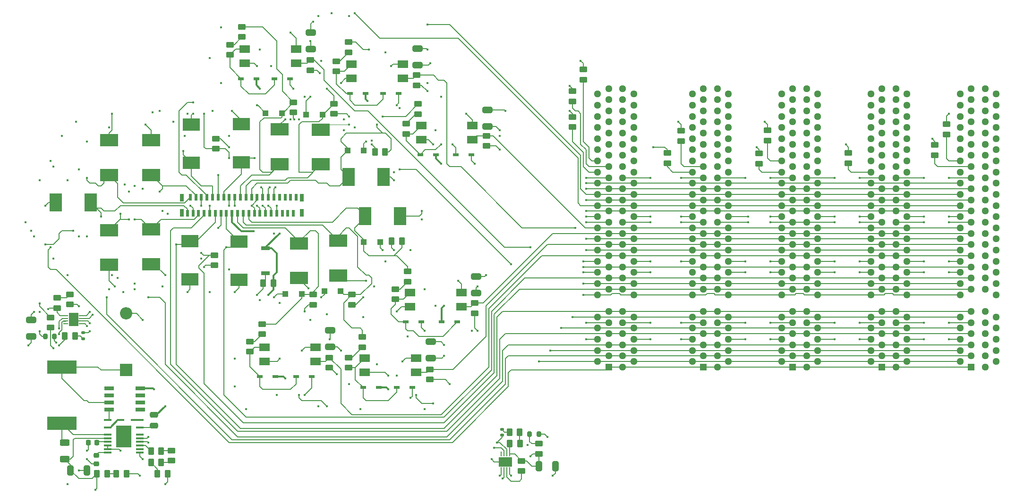
<source format=gtl>
G04 #@! TF.GenerationSoftware,KiCad,Pcbnew,8.0.1*
G04 #@! TF.CreationDate,2024-04-11T19:40:34-05:00*
G04 #@! TF.ProjectId,Backplane,4261636b-706c-4616-9e65-2e6b69636164,rev?*
G04 #@! TF.SameCoordinates,Original*
G04 #@! TF.FileFunction,Copper,L1,Top*
G04 #@! TF.FilePolarity,Positive*
%FSLAX46Y46*%
G04 Gerber Fmt 4.6, Leading zero omitted, Abs format (unit mm)*
G04 Created by KiCad (PCBNEW 8.0.1) date 2024-04-11 19:40:34*
%MOMM*%
%LPD*%
G01*
G04 APERTURE LIST*
G04 Aperture macros list*
%AMRoundRect*
0 Rectangle with rounded corners*
0 $1 Rounding radius*
0 $2 $3 $4 $5 $6 $7 $8 $9 X,Y pos of 4 corners*
0 Add a 4 corners polygon primitive as box body*
4,1,4,$2,$3,$4,$5,$6,$7,$8,$9,$2,$3,0*
0 Add four circle primitives for the rounded corners*
1,1,$1+$1,$2,$3*
1,1,$1+$1,$4,$5*
1,1,$1+$1,$6,$7*
1,1,$1+$1,$8,$9*
0 Add four rect primitives between the rounded corners*
20,1,$1+$1,$2,$3,$4,$5,0*
20,1,$1+$1,$4,$5,$6,$7,0*
20,1,$1+$1,$6,$7,$8,$9,0*
20,1,$1+$1,$8,$9,$2,$3,0*%
G04 Aperture macros list end*
G04 #@! TA.AperFunction,SMDPad,CuDef*
%ADD10R,5.207000X2.413000*%
G04 #@! TD*
G04 #@! TA.AperFunction,SMDPad,CuDef*
%ADD11RoundRect,0.250000X0.450000X-0.262500X0.450000X0.262500X-0.450000X0.262500X-0.450000X-0.262500X0*%
G04 #@! TD*
G04 #@! TA.AperFunction,SMDPad,CuDef*
%ADD12R,1.955800X1.346200*%
G04 #@! TD*
G04 #@! TA.AperFunction,SMDPad,CuDef*
%ADD13RoundRect,0.250000X0.650000X-0.325000X0.650000X0.325000X-0.650000X0.325000X-0.650000X-0.325000X0*%
G04 #@! TD*
G04 #@! TA.AperFunction,SMDPad,CuDef*
%ADD14RoundRect,0.250000X0.625000X-0.312500X0.625000X0.312500X-0.625000X0.312500X-0.625000X-0.312500X0*%
G04 #@! TD*
G04 #@! TA.AperFunction,SMDPad,CuDef*
%ADD15RoundRect,0.250000X-0.450000X0.262500X-0.450000X-0.262500X0.450000X-0.262500X0.450000X0.262500X0*%
G04 #@! TD*
G04 #@! TA.AperFunction,SMDPad,CuDef*
%ADD16R,3.120000X2.290000*%
G04 #@! TD*
G04 #@! TA.AperFunction,SMDPad,CuDef*
%ADD17R,1.050000X0.600000*%
G04 #@! TD*
G04 #@! TA.AperFunction,SMDPad,CuDef*
%ADD18R,3.200400X2.184400*%
G04 #@! TD*
G04 #@! TA.AperFunction,SMDPad,CuDef*
%ADD19RoundRect,0.250000X-0.262500X-0.450000X0.262500X-0.450000X0.262500X0.450000X-0.262500X0.450000X0*%
G04 #@! TD*
G04 #@! TA.AperFunction,SMDPad,CuDef*
%ADD20RoundRect,0.250000X-0.475000X0.250000X-0.475000X-0.250000X0.475000X-0.250000X0.475000X0.250000X0*%
G04 #@! TD*
G04 #@! TA.AperFunction,SMDPad,CuDef*
%ADD21RoundRect,0.250000X-0.325000X-0.650000X0.325000X-0.650000X0.325000X0.650000X-0.325000X0.650000X0*%
G04 #@! TD*
G04 #@! TA.AperFunction,ComponentPad*
%ADD22R,1.288000X1.288000*%
G04 #@! TD*
G04 #@! TA.AperFunction,ComponentPad*
%ADD23C,1.288000*%
G04 #@! TD*
G04 #@! TA.AperFunction,SMDPad,CuDef*
%ADD24R,2.184400X3.200400*%
G04 #@! TD*
G04 #@! TA.AperFunction,SMDPad,CuDef*
%ADD25R,1.092200X0.990600*%
G04 #@! TD*
G04 #@! TA.AperFunction,SMDPad,CuDef*
%ADD26RoundRect,0.225000X0.225000X0.250000X-0.225000X0.250000X-0.225000X-0.250000X0.225000X-0.250000X0*%
G04 #@! TD*
G04 #@! TA.AperFunction,SMDPad,CuDef*
%ADD27R,1.498600X0.711200*%
G04 #@! TD*
G04 #@! TA.AperFunction,SMDPad,CuDef*
%ADD28RoundRect,0.225000X-0.250000X0.225000X-0.250000X-0.225000X0.250000X-0.225000X0.250000X0.225000X0*%
G04 #@! TD*
G04 #@! TA.AperFunction,SMDPad,CuDef*
%ADD29RoundRect,0.200000X0.200000X0.275000X-0.200000X0.275000X-0.200000X-0.275000X0.200000X-0.275000X0*%
G04 #@! TD*
G04 #@! TA.AperFunction,SMDPad,CuDef*
%ADD30RoundRect,0.135000X0.185000X-0.135000X0.185000X0.135000X-0.185000X0.135000X-0.185000X-0.135000X0*%
G04 #@! TD*
G04 #@! TA.AperFunction,SMDPad,CuDef*
%ADD31R,1.752600X0.660400*%
G04 #@! TD*
G04 #@! TA.AperFunction,SMDPad,CuDef*
%ADD32R,0.600000X1.200000*%
G04 #@! TD*
G04 #@! TA.AperFunction,SMDPad,CuDef*
%ADD33R,0.800000X1.400000*%
G04 #@! TD*
G04 #@! TA.AperFunction,SMDPad,CuDef*
%ADD34RoundRect,0.250000X0.262500X0.450000X-0.262500X0.450000X-0.262500X-0.450000X0.262500X-0.450000X0*%
G04 #@! TD*
G04 #@! TA.AperFunction,SMDPad,CuDef*
%ADD35R,1.358900X0.355600*%
G04 #@! TD*
G04 #@! TA.AperFunction,SMDPad,CuDef*
%ADD36R,2.743200X3.860800*%
G04 #@! TD*
G04 #@! TA.AperFunction,SMDPad,CuDef*
%ADD37RoundRect,0.250000X0.325000X0.650000X-0.325000X0.650000X-0.325000X-0.650000X0.325000X-0.650000X0*%
G04 #@! TD*
G04 #@! TA.AperFunction,SMDPad,CuDef*
%ADD38RoundRect,0.135000X-0.185000X0.135000X-0.185000X-0.135000X0.185000X-0.135000X0.185000X0.135000X0*%
G04 #@! TD*
G04 #@! TA.AperFunction,ComponentPad*
%ADD39O,2.200000X2.200000*%
G04 #@! TD*
G04 #@! TA.AperFunction,ComponentPad*
%ADD40R,2.200000X2.200000*%
G04 #@! TD*
G04 #@! TA.AperFunction,SMDPad,CuDef*
%ADD41R,0.254000X0.812800*%
G04 #@! TD*
G04 #@! TA.AperFunction,SMDPad,CuDef*
%ADD42R,2.489200X1.752600*%
G04 #@! TD*
G04 #@! TA.AperFunction,SMDPad,CuDef*
%ADD43R,0.812800X0.254000*%
G04 #@! TD*
G04 #@! TA.AperFunction,SMDPad,CuDef*
%ADD44R,1.752600X2.489200*%
G04 #@! TD*
G04 #@! TA.AperFunction,ViaPad*
%ADD45C,0.450000*%
G04 #@! TD*
G04 #@! TA.AperFunction,Conductor*
%ADD46C,0.200000*%
G04 #@! TD*
G04 #@! TA.AperFunction,Conductor*
%ADD47C,0.150000*%
G04 #@! TD*
G04 #@! TA.AperFunction,Conductor*
%ADD48C,0.100000*%
G04 #@! TD*
G04 #@! TA.AperFunction,Conductor*
%ADD49C,0.300000*%
G04 #@! TD*
G04 APERTURE END LIST*
D10*
X160500000Y-114958100D03*
X160500000Y-125041900D03*
D11*
X202000001Y-69312499D03*
X202000001Y-67487499D03*
X209711335Y-61920829D03*
X209711335Y-60095829D03*
D12*
X212389901Y-60629999D03*
X212389901Y-63169999D03*
X221610101Y-63169999D03*
X221610101Y-60629999D03*
D13*
X226597292Y-113389347D03*
X226597292Y-110439347D03*
D14*
X161000000Y-131462500D03*
X161000000Y-128537500D03*
D15*
X317000000Y-75137500D03*
X317000000Y-76962500D03*
D16*
X183455001Y-99242499D03*
X183455001Y-92382499D03*
D11*
X205500001Y-103812499D03*
X205500001Y-101987499D03*
D13*
X208542967Y-111369992D03*
X208542967Y-108419992D03*
D12*
X214779801Y-113399999D03*
X214779801Y-115939999D03*
X224000001Y-115939999D03*
X224000001Y-113399999D03*
D17*
X220900001Y-65899999D03*
X218100001Y-65899999D03*
X214489901Y-118669999D03*
X217289901Y-118669999D03*
D18*
X176500001Y-90275799D03*
X176500001Y-96524199D03*
D15*
X287000000Y-72500000D03*
X287000000Y-74325000D03*
D16*
X192680001Y-71382499D03*
X192680001Y-78242499D03*
D11*
X211867313Y-58510463D03*
X211867313Y-56685463D03*
D19*
X196587501Y-99899999D03*
X198412501Y-99899999D03*
D11*
X208398193Y-115082499D03*
X208398193Y-113257499D03*
D20*
X177000000Y-123550000D03*
X177000000Y-125450000D03*
D17*
X224741189Y-76899999D03*
X227541189Y-76899999D03*
X223289901Y-118669999D03*
X220489901Y-118669999D03*
D11*
X158500000Y-107902500D03*
X158500000Y-106077500D03*
D12*
X222889901Y-101629999D03*
X222889901Y-104169999D03*
X232110101Y-104169999D03*
X232110101Y-101629999D03*
D11*
X220236831Y-102807889D03*
X220236831Y-100982889D03*
X236584515Y-75312499D03*
X236584515Y-73487499D03*
D21*
X162025000Y-133500000D03*
X164975000Y-133500000D03*
D22*
X323500000Y-115000000D03*
D23*
X321500000Y-114000000D03*
X323500000Y-113000000D03*
X321500000Y-112000000D03*
X323500000Y-111000000D03*
X321500000Y-110000000D03*
X323500000Y-109000000D03*
X321500000Y-108000000D03*
X323500000Y-107000000D03*
X321500000Y-106000000D03*
X323500000Y-105000000D03*
X321500000Y-102000000D03*
X323500000Y-101000000D03*
X321500000Y-100000000D03*
X323500000Y-99000000D03*
X321500000Y-98000000D03*
X323500000Y-97000000D03*
X321500000Y-96000000D03*
X323500000Y-95000000D03*
X321500000Y-94000000D03*
X323500000Y-93000000D03*
X321500000Y-92000000D03*
X323500000Y-91000000D03*
X321500000Y-90000000D03*
X323500000Y-89000000D03*
X321500000Y-88000000D03*
X323500000Y-87000000D03*
X321500000Y-86000000D03*
X323500000Y-85000000D03*
X321500000Y-84000000D03*
X323500000Y-83000000D03*
X321500000Y-82000000D03*
X323500000Y-81000000D03*
X321500000Y-80000000D03*
X323500000Y-79000000D03*
X321500000Y-78000000D03*
X323500000Y-77000000D03*
X321500000Y-76000000D03*
X323500000Y-75000000D03*
X321500000Y-74000000D03*
X323500000Y-73000000D03*
X321500000Y-72000000D03*
X323500000Y-71000000D03*
X321500000Y-70000000D03*
X323500000Y-69000000D03*
X321500000Y-68000000D03*
X323500000Y-67000000D03*
X321500000Y-66000000D03*
X323500000Y-65000000D03*
X326000000Y-115000000D03*
X328000000Y-114000000D03*
X326000000Y-113000000D03*
X328000000Y-112000000D03*
X326000000Y-111000000D03*
X328000000Y-110000000D03*
X326000000Y-109000000D03*
X328000000Y-108000000D03*
X326000000Y-107000000D03*
X328000000Y-106000000D03*
X326000000Y-105000000D03*
X328000000Y-102000000D03*
X326000000Y-101000000D03*
X328000000Y-100000000D03*
X326000000Y-99000000D03*
X328000000Y-98000000D03*
X326000000Y-97000000D03*
X328000000Y-96000000D03*
X326000000Y-95000000D03*
X328000000Y-94000000D03*
X326000000Y-93000000D03*
X328000000Y-92000000D03*
X326000000Y-91000000D03*
X328000000Y-90000000D03*
X326000000Y-89000000D03*
X328000000Y-88000000D03*
X326000000Y-87000000D03*
X328000000Y-86000000D03*
X326000000Y-85000000D03*
X328000000Y-84000000D03*
X326000000Y-83000000D03*
X328000000Y-82000000D03*
X326000000Y-81000000D03*
X328000000Y-80000000D03*
X326000000Y-79000000D03*
X328000000Y-78000000D03*
X326000000Y-77000000D03*
X328000000Y-76000000D03*
X326000000Y-75000000D03*
X328000000Y-74000000D03*
X326000000Y-73000000D03*
X328000000Y-72000000D03*
X326000000Y-71000000D03*
X328000000Y-70000000D03*
X326000000Y-69000000D03*
X328000000Y-68000000D03*
X326000000Y-67000000D03*
X328000000Y-66000000D03*
X326000000Y-65000000D03*
D24*
X211875801Y-80899999D03*
X218124201Y-80899999D03*
D22*
X258500000Y-115000000D03*
D23*
X256500000Y-114000000D03*
X258500000Y-113000000D03*
X256500000Y-112000000D03*
X258500000Y-111000000D03*
X256500000Y-110000000D03*
X258500000Y-109000000D03*
X256500000Y-108000000D03*
X258500000Y-107000000D03*
X256500000Y-106000000D03*
X258500000Y-105000000D03*
X256500000Y-102000000D03*
X258500000Y-101000000D03*
X256500000Y-100000000D03*
X258500000Y-99000000D03*
X256500000Y-98000000D03*
X258500000Y-97000000D03*
X256500000Y-96000000D03*
X258500000Y-95000000D03*
X256500000Y-94000000D03*
X258500000Y-93000000D03*
X256500000Y-92000000D03*
X258500000Y-91000000D03*
X256500000Y-90000000D03*
X258500000Y-89000000D03*
X256500000Y-88000000D03*
X258500000Y-87000000D03*
X256500000Y-86000000D03*
X258500000Y-85000000D03*
X256500000Y-84000000D03*
X258500000Y-83000000D03*
X256500000Y-82000000D03*
X258500000Y-81000000D03*
X256500000Y-80000000D03*
X258500000Y-79000000D03*
X256500000Y-78000000D03*
X258500000Y-77000000D03*
X256500000Y-76000000D03*
X258500000Y-75000000D03*
X256500000Y-74000000D03*
X258500000Y-73000000D03*
X256500000Y-72000000D03*
X258500000Y-71000000D03*
X256500000Y-70000000D03*
X258500000Y-69000000D03*
X256500000Y-68000000D03*
X258500000Y-67000000D03*
X256500000Y-66000000D03*
X258500000Y-65000000D03*
X261000000Y-115000000D03*
X263000000Y-114000000D03*
X261000000Y-113000000D03*
X263000000Y-112000000D03*
X261000000Y-111000000D03*
X263000000Y-110000000D03*
X261000000Y-109000000D03*
X263000000Y-108000000D03*
X261000000Y-107000000D03*
X263000000Y-106000000D03*
X261000000Y-105000000D03*
X263000000Y-102000000D03*
X261000000Y-101000000D03*
X263000000Y-100000000D03*
X261000000Y-99000000D03*
X263000000Y-98000000D03*
X261000000Y-97000000D03*
X263000000Y-96000000D03*
X261000000Y-95000000D03*
X263000000Y-94000000D03*
X261000000Y-93000000D03*
X263000000Y-92000000D03*
X261000000Y-91000000D03*
X263000000Y-90000000D03*
X261000000Y-89000000D03*
X263000000Y-88000000D03*
X261000000Y-87000000D03*
X263000000Y-86000000D03*
X261000000Y-85000000D03*
X263000000Y-84000000D03*
X261000000Y-83000000D03*
X263000000Y-82000000D03*
X261000000Y-81000000D03*
X263000000Y-80000000D03*
X261000000Y-79000000D03*
X263000000Y-78000000D03*
X261000000Y-77000000D03*
X263000000Y-76000000D03*
X261000000Y-75000000D03*
X263000000Y-74000000D03*
X261000000Y-73000000D03*
X263000000Y-72000000D03*
X261000000Y-71000000D03*
X263000000Y-70000000D03*
X261000000Y-69000000D03*
X263000000Y-68000000D03*
X261000000Y-67000000D03*
X263000000Y-66000000D03*
X261000000Y-65000000D03*
D15*
X246000000Y-128735614D03*
X246000000Y-130560614D03*
D11*
X212500001Y-103812499D03*
X212500001Y-101987499D03*
X222457986Y-99651511D03*
X222457986Y-97826511D03*
D15*
X319047203Y-71405605D03*
X319047203Y-73230605D03*
D17*
X233900001Y-76899999D03*
X231100001Y-76899999D03*
D25*
X210473201Y-101399999D03*
X207526801Y-101399999D03*
D13*
X224215188Y-60769455D03*
X224215188Y-57819455D03*
D26*
X166775000Y-128500000D03*
X165225000Y-128500000D03*
D15*
X254000000Y-61587500D03*
X254000000Y-63412500D03*
D18*
X203000001Y-92775799D03*
X203000001Y-99024199D03*
D16*
X192275001Y-99329999D03*
X192275001Y-92469999D03*
D27*
X197000001Y-93626699D03*
X197000001Y-98173299D03*
D22*
X275500000Y-115000000D03*
D23*
X273500000Y-114000000D03*
X275500000Y-113000000D03*
X273500000Y-112000000D03*
X275500000Y-111000000D03*
X273500000Y-110000000D03*
X275500000Y-109000000D03*
X273500000Y-108000000D03*
X275500000Y-107000000D03*
X273500000Y-106000000D03*
X275500000Y-105000000D03*
X273500000Y-102000000D03*
X275500000Y-101000000D03*
X273500000Y-100000000D03*
X275500000Y-99000000D03*
X273500000Y-98000000D03*
X275500000Y-97000000D03*
X273500000Y-96000000D03*
X275500000Y-95000000D03*
X273500000Y-94000000D03*
X275500000Y-93000000D03*
X273500000Y-92000000D03*
X275500000Y-91000000D03*
X273500000Y-90000000D03*
X275500000Y-89000000D03*
X273500000Y-88000000D03*
X275500000Y-87000000D03*
X273500000Y-86000000D03*
X275500000Y-85000000D03*
X273500000Y-84000000D03*
X275500000Y-83000000D03*
X273500000Y-82000000D03*
X275500000Y-81000000D03*
X273500000Y-80000000D03*
X275500000Y-79000000D03*
X273500000Y-78000000D03*
X275500000Y-77000000D03*
X273500000Y-76000000D03*
X275500000Y-75000000D03*
X273500000Y-74000000D03*
X275500000Y-73000000D03*
X273500000Y-72000000D03*
X275500000Y-71000000D03*
X273500000Y-70000000D03*
X275500000Y-69000000D03*
X273500000Y-68000000D03*
X275500000Y-67000000D03*
X273500000Y-66000000D03*
X275500000Y-65000000D03*
X278000000Y-115000000D03*
X280000000Y-114000000D03*
X278000000Y-113000000D03*
X280000000Y-112000000D03*
X278000000Y-111000000D03*
X280000000Y-110000000D03*
X278000000Y-109000000D03*
X280000000Y-108000000D03*
X278000000Y-107000000D03*
X280000000Y-106000000D03*
X278000000Y-105000000D03*
X280000000Y-102000000D03*
X278000000Y-101000000D03*
X280000000Y-100000000D03*
X278000000Y-99000000D03*
X280000000Y-98000000D03*
X278000000Y-97000000D03*
X280000000Y-96000000D03*
X278000000Y-95000000D03*
X280000000Y-94000000D03*
X278000000Y-93000000D03*
X280000000Y-92000000D03*
X278000000Y-91000000D03*
X280000000Y-90000000D03*
X278000000Y-89000000D03*
X280000000Y-88000000D03*
X278000000Y-87000000D03*
X280000000Y-86000000D03*
X278000000Y-85000000D03*
X280000000Y-84000000D03*
X278000000Y-83000000D03*
X280000000Y-82000000D03*
X278000000Y-81000000D03*
X280000000Y-80000000D03*
X278000000Y-79000000D03*
X280000000Y-78000000D03*
X278000000Y-77000000D03*
X280000000Y-76000000D03*
X278000000Y-75000000D03*
X280000000Y-74000000D03*
X278000000Y-73000000D03*
X280000000Y-72000000D03*
X278000000Y-71000000D03*
X280000000Y-70000000D03*
X278000000Y-69000000D03*
X280000000Y-68000000D03*
X278000000Y-67000000D03*
X280000000Y-66000000D03*
X278000000Y-65000000D03*
D11*
X226490068Y-117218607D03*
X226490068Y-115393607D03*
X187860404Y-96726897D03*
X187860404Y-94901897D03*
D24*
X165624201Y-85399999D03*
X159375801Y-85399999D03*
D19*
X176475233Y-130034219D03*
X178300233Y-130034219D03*
D22*
X307500000Y-115000000D03*
D23*
X305500000Y-114000000D03*
X307500000Y-113000000D03*
X305500000Y-112000000D03*
X307500000Y-111000000D03*
X305500000Y-110000000D03*
X307500000Y-109000000D03*
X305500000Y-108000000D03*
X307500000Y-107000000D03*
X305500000Y-106000000D03*
X307500000Y-105000000D03*
X305500000Y-102000000D03*
X307500000Y-101000000D03*
X305500000Y-100000000D03*
X307500000Y-99000000D03*
X305500000Y-98000000D03*
X307500000Y-97000000D03*
X305500000Y-96000000D03*
X307500000Y-95000000D03*
X305500000Y-94000000D03*
X307500000Y-93000000D03*
X305500000Y-92000000D03*
X307500000Y-91000000D03*
X305500000Y-90000000D03*
X307500000Y-89000000D03*
X305500000Y-88000000D03*
X307500000Y-87000000D03*
X305500000Y-86000000D03*
X307500000Y-85000000D03*
X305500000Y-84000000D03*
X307500000Y-83000000D03*
X305500000Y-82000000D03*
X307500000Y-81000000D03*
X305500000Y-80000000D03*
X307500000Y-79000000D03*
X305500000Y-78000000D03*
X307500000Y-77000000D03*
X305500000Y-76000000D03*
X307500000Y-75000000D03*
X305500000Y-74000000D03*
X307500000Y-73000000D03*
X305500000Y-72000000D03*
X307500000Y-71000000D03*
X305500000Y-70000000D03*
X307500000Y-69000000D03*
X305500000Y-68000000D03*
X307500000Y-67000000D03*
X305500000Y-66000000D03*
X307500000Y-65000000D03*
X310000000Y-115000000D03*
X312000000Y-114000000D03*
X310000000Y-113000000D03*
X312000000Y-112000000D03*
X310000000Y-111000000D03*
X312000000Y-110000000D03*
X310000000Y-109000000D03*
X312000000Y-108000000D03*
X310000000Y-107000000D03*
X312000000Y-106000000D03*
X310000000Y-105000000D03*
X312000000Y-102000000D03*
X310000000Y-101000000D03*
X312000000Y-100000000D03*
X310000000Y-99000000D03*
X312000000Y-98000000D03*
X310000000Y-97000000D03*
X312000000Y-96000000D03*
X310000000Y-95000000D03*
X312000000Y-94000000D03*
X310000000Y-93000000D03*
X312000000Y-92000000D03*
X310000000Y-91000000D03*
X312000000Y-90000000D03*
X310000000Y-89000000D03*
X312000000Y-88000000D03*
X310000000Y-87000000D03*
X312000000Y-86000000D03*
X310000000Y-85000000D03*
X312000000Y-84000000D03*
X310000000Y-83000000D03*
X312000000Y-82000000D03*
X310000000Y-81000000D03*
X312000000Y-80000000D03*
X310000000Y-79000000D03*
X312000000Y-78000000D03*
X310000000Y-77000000D03*
X312000000Y-76000000D03*
X310000000Y-75000000D03*
X312000000Y-74000000D03*
X310000000Y-73000000D03*
X312000000Y-72000000D03*
X310000000Y-71000000D03*
X312000000Y-70000000D03*
X310000000Y-69000000D03*
X312000000Y-68000000D03*
X310000000Y-67000000D03*
X312000000Y-66000000D03*
X310000000Y-65000000D03*
D19*
X219587501Y-92399999D03*
X221412501Y-92399999D03*
D28*
X166679446Y-130805561D03*
X166679446Y-132355561D03*
D12*
X196779801Y-111399999D03*
X196779801Y-113939999D03*
X206000001Y-113939999D03*
X206000001Y-111399999D03*
D13*
X205133387Y-57895899D03*
X205133387Y-54945899D03*
D15*
X252000000Y-70087500D03*
X252000000Y-71912500D03*
X252000000Y-65500000D03*
X252000000Y-67325000D03*
D29*
X159150000Y-109490000D03*
X157500000Y-109490000D03*
D22*
X291500000Y-115000000D03*
D23*
X289500000Y-114000000D03*
X291500000Y-113000000D03*
X289500000Y-112000000D03*
X291500000Y-111000000D03*
X289500000Y-110000000D03*
X291500000Y-109000000D03*
X289500000Y-108000000D03*
X291500000Y-107000000D03*
X289500000Y-106000000D03*
X291500000Y-105000000D03*
X289500000Y-102000000D03*
X291500000Y-101000000D03*
X289500000Y-100000000D03*
X291500000Y-99000000D03*
X289500000Y-98000000D03*
X291500000Y-97000000D03*
X289500000Y-96000000D03*
X291500000Y-95000000D03*
X289500000Y-94000000D03*
X291500000Y-93000000D03*
X289500000Y-92000000D03*
X291500000Y-91000000D03*
X289500000Y-90000000D03*
X291500000Y-89000000D03*
X289500000Y-88000000D03*
X291500000Y-87000000D03*
X289500000Y-86000000D03*
X291500000Y-85000000D03*
X289500000Y-84000000D03*
X291500000Y-83000000D03*
X289500000Y-82000000D03*
X291500000Y-81000000D03*
X289500000Y-80000000D03*
X291500000Y-79000000D03*
X289500000Y-78000000D03*
X291500000Y-77000000D03*
X289500000Y-76000000D03*
X291500000Y-75000000D03*
X289500000Y-74000000D03*
X291500000Y-73000000D03*
X289500000Y-72000000D03*
X291500000Y-71000000D03*
X289500000Y-70000000D03*
X291500000Y-69000000D03*
X289500000Y-68000000D03*
X291500000Y-67000000D03*
X289500000Y-66000000D03*
X291500000Y-65000000D03*
X294000000Y-115000000D03*
X296000000Y-114000000D03*
X294000000Y-113000000D03*
X296000000Y-112000000D03*
X294000000Y-111000000D03*
X296000000Y-110000000D03*
X294000000Y-109000000D03*
X296000000Y-108000000D03*
X294000000Y-107000000D03*
X296000000Y-106000000D03*
X294000000Y-105000000D03*
X296000000Y-102000000D03*
X294000000Y-101000000D03*
X296000000Y-100000000D03*
X294000000Y-99000000D03*
X296000000Y-98000000D03*
X294000000Y-97000000D03*
X296000000Y-96000000D03*
X294000000Y-95000000D03*
X296000000Y-94000000D03*
X294000000Y-93000000D03*
X296000000Y-92000000D03*
X294000000Y-91000000D03*
X296000000Y-90000000D03*
X294000000Y-89000000D03*
X296000000Y-88000000D03*
X294000000Y-87000000D03*
X296000000Y-86000000D03*
X294000000Y-85000000D03*
X296000000Y-84000000D03*
X294000000Y-83000000D03*
X296000000Y-82000000D03*
X294000000Y-81000000D03*
X296000000Y-80000000D03*
X294000000Y-79000000D03*
X296000000Y-78000000D03*
X294000000Y-77000000D03*
X296000000Y-76000000D03*
X294000000Y-75000000D03*
X296000000Y-74000000D03*
X294000000Y-73000000D03*
X296000000Y-72000000D03*
X294000000Y-71000000D03*
X296000000Y-70000000D03*
X294000000Y-69000000D03*
X296000000Y-68000000D03*
X294000000Y-67000000D03*
X296000000Y-66000000D03*
X294000000Y-65000000D03*
D11*
X161969597Y-103756145D03*
X161969597Y-101931145D03*
D30*
X239420009Y-127219212D03*
X239420009Y-126199212D03*
D25*
X211684504Y-76168159D03*
X214630904Y-76168159D03*
D11*
X234498985Y-105312499D03*
X234498985Y-103487499D03*
X224348678Y-69595344D03*
X224348678Y-67770344D03*
D31*
X168984158Y-118798145D03*
X168984158Y-120068145D03*
X168984158Y-121338145D03*
X168984158Y-122608145D03*
X174584156Y-122608145D03*
X174584156Y-121338145D03*
X174584156Y-120068145D03*
X174584156Y-118798145D03*
D32*
X183000000Y-87399999D03*
X183500000Y-84500000D03*
X183999999Y-87399999D03*
X184500000Y-84500000D03*
X185000000Y-87399999D03*
X185500000Y-84500000D03*
X186000000Y-87399999D03*
X186500000Y-84500000D03*
X187000000Y-87399999D03*
X187500000Y-84500000D03*
X188000000Y-87399999D03*
X188500000Y-84500000D03*
X189000000Y-87399999D03*
X189500000Y-84500000D03*
X190000000Y-87399999D03*
X190500000Y-84500000D03*
X191000000Y-87399999D03*
X191500000Y-84500000D03*
X192000000Y-87399999D03*
X192500000Y-84500000D03*
X193000000Y-87399999D03*
X193500000Y-84500000D03*
X194000000Y-87399999D03*
X194500000Y-84500000D03*
X195000000Y-87399999D03*
X195500000Y-84500000D03*
X196000000Y-87399999D03*
X196500000Y-84500000D03*
X197000000Y-87399999D03*
X197500000Y-84500000D03*
X198000000Y-87399999D03*
X198500000Y-84500000D03*
X199000000Y-87399999D03*
X199500001Y-84500000D03*
X200000000Y-87399999D03*
X200500000Y-84500000D03*
X201000001Y-87399999D03*
X201500000Y-84500000D03*
X202000001Y-87399999D03*
X202500000Y-84500000D03*
D33*
X181999997Y-87300000D03*
X203499957Y-87300000D03*
X181999997Y-84600000D03*
X203499957Y-84600000D03*
D11*
X211889901Y-115082499D03*
X211889901Y-113257499D03*
D17*
X205289901Y-116687898D03*
X202489901Y-116687898D03*
D19*
X240747978Y-126637384D03*
X242572978Y-126637384D03*
D17*
X212100001Y-65899999D03*
X214900001Y-65899999D03*
X224900001Y-106899999D03*
X222100001Y-106899999D03*
D11*
X224064449Y-64441523D03*
X224064449Y-62616523D03*
D34*
X162823134Y-109402520D03*
X160998134Y-109402520D03*
D15*
X269000000Y-76587500D03*
X269000000Y-78412500D03*
D12*
X193279801Y-57899999D03*
X193279801Y-60439999D03*
X202500001Y-60439999D03*
X202500001Y-57899999D03*
D29*
X245994833Y-127038860D03*
X244344833Y-127038860D03*
D11*
X209273998Y-69556362D03*
X209273998Y-67731362D03*
D34*
X172072124Y-134143895D03*
X170247124Y-134143895D03*
D25*
X207212042Y-69679018D03*
X204265642Y-69679018D03*
D13*
X236740386Y-71771762D03*
X236740386Y-68821762D03*
X155000000Y-109465000D03*
X155000000Y-106515000D03*
D35*
X168746900Y-124499998D03*
X168746900Y-125799997D03*
X168746900Y-127099997D03*
X168746900Y-127749996D03*
X168746900Y-128399997D03*
X168746900Y-129049996D03*
X168746900Y-129699997D03*
X168746900Y-130349996D03*
X174500000Y-130349998D03*
X174500000Y-129700000D03*
X174500000Y-129049999D03*
X174500000Y-128400000D03*
X174500000Y-127749999D03*
X174500000Y-127100000D03*
X174500000Y-125800000D03*
X174500000Y-124500000D03*
D36*
X171623450Y-127424998D03*
D13*
X234732791Y-101672058D03*
X234732791Y-98722058D03*
D18*
X206867193Y-78617394D03*
X206867193Y-72368994D03*
X199550415Y-78574738D03*
X199550415Y-72326338D03*
D37*
X248948932Y-132745486D03*
X245998932Y-132745486D03*
D34*
X178294661Y-132095083D03*
X176469661Y-132095083D03*
D25*
X214635371Y-92580801D03*
X217581771Y-92580801D03*
D15*
X159610467Y-102581360D03*
X159610467Y-104406360D03*
D17*
X192584042Y-63241426D03*
X195384042Y-63241426D03*
D11*
X190611385Y-58968466D03*
X190611385Y-57143466D03*
D38*
X164298543Y-108848213D03*
X164298543Y-109868213D03*
D11*
X194231306Y-112225059D03*
X194231306Y-110400059D03*
D17*
X201400001Y-63283584D03*
X198600001Y-63283584D03*
D25*
X203473201Y-101899999D03*
X200526801Y-101899999D03*
D34*
X242593029Y-128679815D03*
X240768029Y-128679815D03*
D11*
X214353234Y-111411683D03*
X214353234Y-109586683D03*
D15*
X188099616Y-73982122D03*
X188099616Y-75807122D03*
D19*
X216587501Y-76399999D03*
X218412501Y-76399999D03*
D12*
X224889901Y-71629999D03*
X224889901Y-74169999D03*
X234110101Y-74169999D03*
X234110101Y-71629999D03*
D15*
X301500000Y-76587500D03*
X301500000Y-78412500D03*
D18*
X210000001Y-92275799D03*
X210000001Y-98524199D03*
X176500001Y-80524199D03*
X176500001Y-74275799D03*
D15*
X271500000Y-72587500D03*
X271500000Y-74412500D03*
D11*
X205000001Y-61724999D03*
X205000001Y-59899999D03*
D17*
X231400001Y-106899999D03*
X228600001Y-106899999D03*
D39*
X172000000Y-105340000D03*
D40*
X172000000Y-115500000D03*
D19*
X177627466Y-134112178D03*
X179452466Y-134112178D03*
D16*
X183680001Y-71452499D03*
X183680001Y-78312499D03*
D41*
X240734260Y-130608362D03*
X240234259Y-130608362D03*
X239734259Y-130608362D03*
X239234258Y-130608362D03*
X239234258Y-133402362D03*
X239734259Y-133402362D03*
X240234259Y-133402362D03*
X240734260Y-133402362D03*
D42*
X239984259Y-132005362D03*
D18*
X169000000Y-80524199D03*
X169000000Y-74275799D03*
D11*
X196389901Y-109082499D03*
X196389901Y-107257499D03*
X222205458Y-73157644D03*
X222205458Y-71332644D03*
D15*
X180146398Y-129948735D03*
X180146398Y-131773735D03*
D17*
X195989901Y-116669999D03*
X198789901Y-116669999D03*
D18*
X169000001Y-90399999D03*
X169000001Y-96648399D03*
D34*
X168612753Y-134143118D03*
X166787753Y-134143118D03*
D11*
X242905960Y-133650421D03*
X242905960Y-131825421D03*
D25*
X199973201Y-69399999D03*
X197026801Y-69399999D03*
D24*
X214875801Y-87899999D03*
X221124201Y-87899999D03*
D43*
X161211857Y-105727512D03*
X161211857Y-106227513D03*
X161211857Y-106727513D03*
X161211857Y-107227514D03*
X164005857Y-107227514D03*
X164005857Y-106727513D03*
X164005857Y-106227513D03*
X164005857Y-105727512D03*
D44*
X162608857Y-106477513D03*
D11*
X192761454Y-55764442D03*
X192761454Y-53939442D03*
D15*
X285500000Y-76675000D03*
X285500000Y-78500000D03*
D45*
X175000000Y-106500000D03*
X179000000Y-136000000D03*
X218500000Y-96000000D03*
X244000000Y-129000000D03*
X287500000Y-98000000D03*
X299000000Y-88000000D03*
X184000000Y-69500000D03*
X156500000Y-81500000D03*
X199500000Y-103500000D03*
X213000000Y-72000000D03*
X187000000Y-86000000D03*
X165499999Y-108590001D03*
X254500000Y-89000000D03*
X217000000Y-114500000D03*
X226000000Y-65500000D03*
X299000000Y-81000000D03*
X176000000Y-127500000D03*
X319500000Y-69500000D03*
X211000000Y-70500000D03*
X303500000Y-88000000D03*
X299000000Y-98000000D03*
X287500000Y-96000000D03*
X215000000Y-99500000D03*
X266000000Y-81000000D03*
X191500000Y-86000000D03*
X239000000Y-73500000D03*
X200500000Y-70500000D03*
X204000000Y-66500000D03*
X187500000Y-69000000D03*
X315000000Y-98000000D03*
X271500000Y-88000000D03*
X220000000Y-81500000D03*
X175000000Y-83000000D03*
X216000000Y-74370997D03*
X199500000Y-113500000D03*
X154499999Y-111090001D03*
X220500000Y-105000000D03*
X271000000Y-71000000D03*
X195500000Y-68000000D03*
X220500000Y-68000000D03*
X235000000Y-108500000D03*
X227000000Y-75000000D03*
X190500000Y-86000000D03*
X210500000Y-64000000D03*
X303500000Y-81000000D03*
X218000000Y-94000000D03*
X220000000Y-94000000D03*
X161500000Y-98500000D03*
X208805649Y-51500000D03*
X190500000Y-97500000D03*
X155500000Y-91500000D03*
X240000000Y-69000000D03*
X175500000Y-71500000D03*
X266000000Y-89000000D03*
X266000000Y-96000000D03*
X299000000Y-96000000D03*
X226000000Y-58000000D03*
X220000000Y-80000000D03*
X271500000Y-96000000D03*
X186000000Y-97000000D03*
X176750000Y-69250000D03*
X283000000Y-110000000D03*
X178500000Y-87000000D03*
X319500000Y-88000000D03*
X165000000Y-131500000D03*
X204000000Y-120000000D03*
X211000000Y-72500000D03*
X195500000Y-61000000D03*
X215000000Y-74500000D03*
X225000000Y-88500000D03*
X254500000Y-107000000D03*
X237500000Y-131500000D03*
X187000000Y-101500000D03*
X204000000Y-105000000D03*
X266000000Y-107000000D03*
X205500000Y-53000000D03*
X198000000Y-61000000D03*
X198500000Y-102500000D03*
X157500000Y-86000000D03*
X170500000Y-99000000D03*
X205000000Y-66500000D03*
X287500000Y-107000000D03*
X319500000Y-98000000D03*
X158500000Y-78000000D03*
X159499999Y-110590001D03*
X299000000Y-89000000D03*
X254000000Y-96000000D03*
X248500000Y-134500000D03*
X219000000Y-116500000D03*
X189000000Y-64000000D03*
X182500000Y-73500000D03*
X266000000Y-110000000D03*
X202000000Y-65000000D03*
X212000000Y-71500000D03*
X214500000Y-106000000D03*
X190500000Y-75500000D03*
X183000000Y-101500000D03*
X254500000Y-88000000D03*
X315000000Y-107000000D03*
X266000000Y-88000000D03*
X222500000Y-109500000D03*
X225500000Y-108500000D03*
X254500000Y-110000000D03*
X165499999Y-107090001D03*
X283500000Y-89000000D03*
X165000000Y-130000000D03*
X239000000Y-76000000D03*
X229000000Y-111000000D03*
X202129003Y-70500000D03*
X303500000Y-89000000D03*
X189000000Y-54000000D03*
X226000000Y-64000000D03*
X191000000Y-69000000D03*
X283000000Y-107000000D03*
X319500000Y-89000000D03*
X236500000Y-98500000D03*
X203000000Y-70500000D03*
X169500000Y-69500000D03*
X216000000Y-75000000D03*
X169500000Y-98500000D03*
X254500000Y-81000000D03*
X234500000Y-78500000D03*
X175000000Y-131500000D03*
X287500000Y-110000000D03*
X271500000Y-81000000D03*
X176000000Y-128500000D03*
X287500000Y-88000000D03*
X191500000Y-113500000D03*
X225500000Y-101000000D03*
X239500000Y-135000000D03*
X227500000Y-72500000D03*
X194500000Y-86000000D03*
X201500000Y-70500000D03*
X319500000Y-96000000D03*
X283000000Y-81000000D03*
X315000000Y-96000000D03*
X209750000Y-116250000D03*
X285000000Y-75500000D03*
X301000000Y-75000000D03*
X185500000Y-86000000D03*
X319500000Y-107000000D03*
X163500000Y-79500000D03*
X170000000Y-100500000D03*
X207000000Y-60000000D03*
X207000000Y-102500000D03*
X319500000Y-81000000D03*
X234000000Y-108500000D03*
X316500000Y-74000000D03*
X287500000Y-89000000D03*
X286500000Y-71000000D03*
X193500000Y-122500000D03*
X155000000Y-90500000D03*
X315000000Y-81000000D03*
X251500000Y-64500000D03*
X303500000Y-98000000D03*
X173500000Y-82500000D03*
X208000000Y-105500000D03*
X159999999Y-109090001D03*
X190500000Y-73500000D03*
X315000000Y-110000000D03*
X191500000Y-101500000D03*
X199000000Y-86000000D03*
X195500000Y-102000000D03*
X315000000Y-88000000D03*
X185500000Y-95500000D03*
X287500000Y-81000000D03*
X303500000Y-96000000D03*
X206500000Y-122000000D03*
X208500000Y-110000000D03*
X225000000Y-87000000D03*
X212000000Y-70000000D03*
X283000000Y-98000000D03*
X283000000Y-96000000D03*
X205000000Y-106500000D03*
X253500000Y-60000000D03*
X161500000Y-136000000D03*
X271500000Y-107000000D03*
X247500000Y-127500000D03*
X196000000Y-103000000D03*
X283500000Y-88000000D03*
X223000000Y-94000000D03*
X171500000Y-101500000D03*
X216500000Y-100500000D03*
X266000000Y-98000000D03*
X218500000Y-58500000D03*
X179000000Y-98500000D03*
X271500000Y-110000000D03*
X254000000Y-98000000D03*
X238000000Y-129500000D03*
X271500000Y-89000000D03*
X303500000Y-107000000D03*
X225500000Y-122500000D03*
X206750000Y-62250000D03*
X163500000Y-133500000D03*
X163500000Y-91500000D03*
X251500000Y-69000000D03*
X315000000Y-89000000D03*
X204660339Y-100812426D03*
X183000000Y-69500000D03*
X214000000Y-122500000D03*
X319500000Y-110000000D03*
X169000000Y-72000000D03*
X299000000Y-107000000D03*
X171750000Y-82250000D03*
X223000000Y-120500000D03*
X299000000Y-110000000D03*
X214500000Y-102500000D03*
X303500000Y-110000000D03*
X230000000Y-118000000D03*
X266500000Y-75500000D03*
X178500000Y-100500000D03*
X239000000Y-134500000D03*
X164999999Y-107590001D03*
X165499999Y-105090001D03*
X254000000Y-97000000D03*
X166500000Y-137000000D03*
X241000000Y-134500000D03*
X252000000Y-106000000D03*
X182250000Y-76250000D03*
X181000000Y-93000000D03*
X186000000Y-69500000D03*
X188500000Y-80500000D03*
X190500000Y-77500000D03*
X254000000Y-102000000D03*
X188500000Y-90000000D03*
X185500000Y-94500000D03*
X254000000Y-100000000D03*
X241000000Y-96500000D03*
X195000000Y-77500000D03*
X221000000Y-79500000D03*
X212000000Y-52000000D03*
X177000000Y-119000000D03*
X229000000Y-104000000D03*
X171500000Y-124500000D03*
X212000000Y-118000000D03*
X194862101Y-90637899D03*
X228500000Y-78500000D03*
X199000000Y-120000000D03*
X219000000Y-119000000D03*
X173000000Y-124500000D03*
X198500000Y-91000000D03*
X206500000Y-52000000D03*
X191500000Y-118500000D03*
X220500000Y-116500000D03*
X196000000Y-65000000D03*
X199500000Y-91000000D03*
X221000000Y-68500000D03*
X215250000Y-67250000D03*
X197500000Y-102000000D03*
X179000000Y-122000000D03*
X196000000Y-58000000D03*
X187000000Y-59500000D03*
X227500000Y-104000000D03*
X228500000Y-66500000D03*
X200500000Y-117000000D03*
X171000000Y-130000000D03*
X190000000Y-93500000D03*
X238500000Y-128500000D03*
X159999999Y-111090001D03*
X159999999Y-108090001D03*
X165999999Y-105590001D03*
X158999999Y-111590001D03*
X208000000Y-65000000D03*
X215500000Y-58000000D03*
X217000000Y-71500000D03*
X218000000Y-70000000D03*
X195500000Y-86000000D03*
X228500000Y-75000000D03*
X230500000Y-75000000D03*
X198750000Y-82750000D03*
X196250000Y-82750000D03*
X196500000Y-86000000D03*
X197750000Y-82750000D03*
X197500000Y-86000000D03*
X201500000Y-55000000D03*
X231500000Y-99500000D03*
X205000000Y-56500000D03*
X226500000Y-60500000D03*
X239000000Y-72500000D03*
X233000000Y-69500000D03*
X244500000Y-131000000D03*
X221500000Y-114000000D03*
X210500000Y-112000000D03*
X229000000Y-113000000D03*
X235000000Y-100500000D03*
X203500000Y-112000000D03*
X219500000Y-61000000D03*
X176000000Y-102500000D03*
X184000000Y-67500000D03*
X250000000Y-108000000D03*
X158500000Y-93500000D03*
X244500000Y-93500000D03*
X254500000Y-94000000D03*
X168500000Y-102500000D03*
X252500000Y-90000000D03*
X254500000Y-92000000D03*
X246000000Y-114000000D03*
X248000000Y-112000000D03*
X254500000Y-87000000D03*
X213000000Y-51500000D03*
X254500000Y-85000000D03*
X226000000Y-53500000D03*
X254500000Y-83000000D03*
X254500000Y-82000000D03*
X159000000Y-79000000D03*
X159000000Y-95500000D03*
X173500000Y-101000000D03*
X165000000Y-74500000D03*
X154000000Y-89000000D03*
X161500000Y-81500000D03*
X169000000Y-101000000D03*
X155499999Y-105090001D03*
X165000000Y-91500000D03*
X173500000Y-100000000D03*
X160500000Y-73500000D03*
X156499999Y-105090001D03*
X156499999Y-103590001D03*
X163000000Y-71000000D03*
X178000000Y-69000000D03*
X172500000Y-83500000D03*
X180500000Y-71000000D03*
X179500000Y-87500000D03*
X157999999Y-104590001D03*
X162500000Y-90500000D03*
X157500000Y-93000000D03*
X167500000Y-88000000D03*
X165000000Y-81000000D03*
X183500000Y-86000000D03*
X171000000Y-87500000D03*
X172500000Y-88500000D03*
X178000000Y-83500000D03*
X173500000Y-88500000D03*
X156499999Y-108590001D03*
X163499999Y-104090001D03*
X227000000Y-121500000D03*
X224000000Y-120000000D03*
X208000000Y-122000000D03*
X203000000Y-120000000D03*
X174500000Y-134500000D03*
D46*
X173840000Y-105340000D02*
X175000000Y-106500000D01*
X172000000Y-105340000D02*
X173840000Y-105340000D01*
X162558097Y-127099997D02*
X160500000Y-125041900D01*
X168746900Y-127099997D02*
X162558097Y-127099997D01*
X160500000Y-128037500D02*
X161000000Y-128537500D01*
X160500000Y-125041900D02*
X160500000Y-128037500D01*
X160500000Y-117000000D02*
X164500000Y-121000000D01*
X164500000Y-121000000D02*
X165000000Y-121000000D01*
X165000000Y-121000000D02*
X165338145Y-121338145D01*
X160500000Y-114958100D02*
X160500000Y-117000000D01*
X165338145Y-121338145D02*
X168984158Y-121338145D01*
X167500000Y-115500000D02*
X166958100Y-114958100D01*
X172000000Y-115500000D02*
X167500000Y-115500000D01*
X160500000Y-114958100D02*
X166958100Y-114958100D01*
X158000000Y-97000000D02*
X158000000Y-94000000D01*
X158500000Y-97500000D02*
X158000000Y-97000000D01*
X159500000Y-97500000D02*
X158500000Y-97500000D01*
X190500000Y-128500000D02*
X159500000Y-97500000D01*
X230500000Y-128500000D02*
X190500000Y-128500000D01*
X158000000Y-94000000D02*
X158500000Y-93500000D01*
X241000000Y-115500000D02*
X240500000Y-116000000D01*
X240500000Y-116000000D02*
X240500000Y-118500000D01*
X240500000Y-118500000D02*
X230500000Y-128500000D01*
X258500000Y-115000000D02*
X258000000Y-115500000D01*
X258000000Y-115500000D02*
X241000000Y-115500000D01*
X234498985Y-107998985D02*
X235000000Y-108500000D01*
X289500000Y-110000000D02*
X287500000Y-110000000D01*
X159999999Y-108802765D02*
X159999999Y-109090001D01*
X185500000Y-85000000D02*
X185500000Y-86000000D01*
X305500000Y-98000000D02*
X303500000Y-98000000D01*
X280000000Y-110000000D02*
X283000000Y-110000000D01*
X197026801Y-69399999D02*
X195626802Y-68000000D01*
D47*
X210964001Y-99488199D02*
X210000001Y-98524199D01*
D46*
X273000000Y-110000000D02*
X271500000Y-110000000D01*
X275000000Y-107000000D02*
X271500000Y-107000000D01*
X319047203Y-71405605D02*
X319047203Y-69952797D01*
X269000000Y-76587500D02*
X269000000Y-76000000D01*
X155000000Y-109465000D02*
X155000000Y-110590000D01*
X160496600Y-107873838D02*
X160503999Y-107881237D01*
X263000000Y-88000000D02*
X266000000Y-88000000D01*
X192680001Y-70680001D02*
X191000000Y-69000000D01*
X263000000Y-98000000D02*
X266000000Y-98000000D01*
X206224999Y-61724999D02*
X205000001Y-61724999D01*
X273500000Y-96000000D02*
X271500000Y-96000000D01*
X321500000Y-98000000D02*
X319500000Y-98000000D01*
X261000000Y-107000000D02*
X266000000Y-107000000D01*
X239734259Y-130001962D02*
X239734259Y-130608362D01*
D47*
X183455001Y-101044999D02*
X183000000Y-101500000D01*
D46*
X212389901Y-63169999D02*
X211330001Y-63169999D01*
X190500000Y-84500000D02*
X190500000Y-85000000D01*
X273500000Y-110000000D02*
X273000000Y-110000000D01*
D47*
X205133387Y-53366613D02*
X205500000Y-53000000D01*
D46*
X234732791Y-98722058D02*
X236277942Y-98722058D01*
X160503999Y-108298765D02*
X159999999Y-108802765D01*
D47*
X183455001Y-99242499D02*
X183455001Y-101044999D01*
D46*
X188982122Y-73982122D02*
X190500000Y-75500000D01*
X271500000Y-71500000D02*
X271000000Y-71000000D01*
X319047203Y-69952797D02*
X319500000Y-69500000D01*
X223289901Y-118669999D02*
X223289901Y-120210099D01*
D48*
X211929994Y-71429994D02*
X212000000Y-71500000D01*
D46*
X183680001Y-71452499D02*
X183680001Y-69819999D01*
X256500000Y-98000000D02*
X256000000Y-98000000D01*
X165499999Y-107090001D02*
X165137511Y-106727513D01*
X294000000Y-107000000D02*
X299000000Y-107000000D01*
X323500000Y-81000000D02*
X319500000Y-81000000D01*
X169000001Y-96648399D02*
X169000001Y-99500001D01*
X169000001Y-99500001D02*
X170000000Y-100500000D01*
X307500000Y-89000000D02*
X303500000Y-89000000D01*
X179452466Y-134112178D02*
X179452466Y-135547534D01*
X294000000Y-81000000D02*
X299000000Y-81000000D01*
X160669601Y-106740000D02*
X161199370Y-106740000D01*
X280000000Y-98000000D02*
X283000000Y-98000000D01*
X225819455Y-57819455D02*
X226000000Y-58000000D01*
X268500000Y-75500000D02*
X267000000Y-75500000D01*
X159375801Y-85399999D02*
X158100001Y-85399999D01*
D47*
X215000000Y-99500000D02*
X214988199Y-99488199D01*
X214988199Y-99488199D02*
X210964001Y-99488199D01*
D46*
X258500000Y-107000000D02*
X258000000Y-107000000D01*
X179452466Y-135547534D02*
X179000000Y-136000000D01*
X160503999Y-107881237D02*
X160503999Y-108298765D01*
X273500000Y-88000000D02*
X273000000Y-88000000D01*
X205289901Y-118710099D02*
X204000000Y-120000000D01*
X323500000Y-107000000D02*
X319500000Y-107000000D01*
X252000000Y-65500000D02*
X252000000Y-65000000D01*
X161199370Y-106740000D02*
X161211857Y-106727513D01*
X213187501Y-103812499D02*
X214500000Y-102500000D01*
D47*
X159150000Y-109490000D02*
X159150000Y-110240002D01*
D48*
X207806193Y-71429994D02*
X211929994Y-71429994D01*
D46*
X216587501Y-76399999D02*
X216587501Y-75587501D01*
X205289901Y-116687898D02*
X205289901Y-118710099D01*
X158100001Y-85399999D02*
X157500000Y-86000000D01*
X223289901Y-120210099D02*
X223000000Y-120500000D01*
X174500000Y-127749999D02*
X175750001Y-127749999D01*
X321500000Y-110000000D02*
X319500000Y-110000000D01*
X239232297Y-129500000D02*
X239734259Y-130001962D01*
X296000000Y-110000000D02*
X299000000Y-110000000D01*
X280000000Y-96000000D02*
X283000000Y-96000000D01*
X254000000Y-61587500D02*
X254000000Y-60500000D01*
X261000000Y-81000000D02*
X261500000Y-81000000D01*
X239734259Y-134765741D02*
X239500000Y-135000000D01*
X183680001Y-69819999D02*
X184000000Y-69500000D01*
D47*
X186000000Y-97000000D02*
X186273103Y-96726897D01*
D46*
X278000000Y-81000000D02*
X283000000Y-81000000D01*
X225000000Y-87500000D02*
X225000000Y-87000000D01*
X278000000Y-107000000D02*
X283000000Y-107000000D01*
X192680001Y-71382499D02*
X192680001Y-70680001D01*
X238000000Y-129500000D02*
X239232297Y-129500000D01*
X175900000Y-128400000D02*
X176000000Y-128500000D01*
X224215188Y-57819455D02*
X225819455Y-57819455D01*
X218439999Y-115939999D02*
X219000000Y-116500000D01*
X291500000Y-89000000D02*
X294000000Y-89000000D01*
X224900001Y-106899999D02*
X224900001Y-107900001D01*
X289500000Y-98000000D02*
X289000000Y-98000000D01*
X291500000Y-81000000D02*
X287500000Y-81000000D01*
X236277942Y-98722058D02*
X236500000Y-98500000D01*
X226169999Y-74169999D02*
X224889901Y-74169999D01*
X195000000Y-87399999D02*
X195000000Y-86500000D01*
D47*
X202000001Y-70370998D02*
X202129003Y-70500000D01*
D46*
X312000000Y-110000000D02*
X315000000Y-110000000D01*
X256000000Y-98000000D02*
X254000000Y-98000000D01*
X258000000Y-107000000D02*
X254500000Y-107000000D01*
X258500000Y-89000000D02*
X254500000Y-89000000D01*
X321000000Y-88000000D02*
X319500000Y-88000000D01*
X209750000Y-116250000D02*
X208582499Y-115082499D01*
X296000000Y-96000000D02*
X299000000Y-96000000D01*
X239821762Y-68821762D02*
X240000000Y-69000000D01*
X224900001Y-107900001D02*
X225500000Y-108500000D01*
X312000000Y-96000000D02*
X315000000Y-96000000D01*
D47*
X204000000Y-104500000D02*
X204000000Y-105000000D01*
D46*
X166679446Y-132355561D02*
X165855561Y-132355561D01*
X160496600Y-106913001D02*
X160496600Y-107873838D01*
X216587501Y-75587501D02*
X216000000Y-75000000D01*
X221330001Y-104169999D02*
X220500000Y-105000000D01*
X291500000Y-107000000D02*
X287500000Y-107000000D01*
X217581771Y-92580801D02*
X217581771Y-93581771D01*
X160669601Y-106740000D02*
X160496600Y-106913001D01*
X208542967Y-109957033D02*
X208500000Y-110000000D01*
X192275001Y-99329999D02*
X192275001Y-100724999D01*
X207000000Y-102500000D02*
X207526801Y-101973199D01*
X263000000Y-110000000D02*
X266000000Y-110000000D01*
X203000001Y-99152088D02*
X204660339Y-100812426D01*
X169000001Y-72999999D02*
X169500000Y-72500000D01*
X174500000Y-131000000D02*
X175000000Y-131500000D01*
X271500000Y-72587500D02*
X271500000Y-71500000D01*
X303500000Y-81000000D02*
X307500000Y-81000000D01*
X190500000Y-85000000D02*
X190500000Y-86000000D01*
X204265642Y-69679018D02*
X204265642Y-67234358D01*
X212000000Y-70000000D02*
X211556362Y-69556362D01*
D47*
X202000001Y-69312499D02*
X202000001Y-70370998D01*
D46*
X195000000Y-86500000D02*
X194500000Y-86000000D01*
X174500000Y-130349998D02*
X174500000Y-131000000D01*
X219399999Y-80899999D02*
X218124201Y-80899999D01*
X234498985Y-105312499D02*
X234498985Y-107998985D01*
X194939999Y-60439999D02*
X195500000Y-61000000D01*
X229218607Y-117218607D02*
X230000000Y-118000000D01*
X228439347Y-110439347D02*
X229000000Y-111000000D01*
X285500000Y-76675000D02*
X285500000Y-76000000D01*
X254000000Y-60500000D02*
X253500000Y-60000000D01*
X222889901Y-104169999D02*
X221330001Y-104169999D01*
X236584515Y-75312499D02*
X238312499Y-75312499D01*
X169000001Y-74275799D02*
X169000001Y-72999999D01*
X226597292Y-110439347D02*
X228439347Y-110439347D01*
X199550415Y-72326338D02*
X199550415Y-71449585D01*
X177024199Y-96524199D02*
X179000000Y-98500000D01*
X197000001Y-98173299D02*
X197000001Y-99487499D01*
X301500000Y-76587500D02*
X301500000Y-75500000D01*
X321000000Y-96000000D02*
X319500000Y-96000000D01*
X289500000Y-88000000D02*
X287500000Y-88000000D01*
X238005362Y-132005362D02*
X237500000Y-131500000D01*
X294000000Y-89000000D02*
X299000000Y-89000000D01*
X296000000Y-98000000D02*
X299000000Y-98000000D01*
X220000000Y-81500000D02*
X219399999Y-80899999D01*
X236740386Y-68821762D02*
X239821762Y-68821762D01*
X196587501Y-99899999D02*
X196587501Y-100912499D01*
X252000000Y-69500000D02*
X251500000Y-69000000D01*
X219587501Y-92399999D02*
X219587501Y-93587501D01*
X224064449Y-64441523D02*
X224941523Y-64441523D01*
X165137511Y-106727513D02*
X164005857Y-106727513D01*
D48*
X206867193Y-72368994D02*
X207806193Y-71429994D01*
D46*
X233900001Y-76899999D02*
X233900001Y-77900001D01*
X296000000Y-88000000D02*
X299000000Y-88000000D01*
D47*
X186273103Y-96726897D02*
X187860404Y-96726897D01*
D46*
X307500000Y-107000000D02*
X303500000Y-107000000D01*
X176500001Y-72500001D02*
X175500000Y-71500000D01*
X162608857Y-106477513D02*
X162858857Y-106727513D01*
X211556362Y-69556362D02*
X209273998Y-69556362D01*
X321500000Y-96000000D02*
X321000000Y-96000000D01*
D47*
X220900001Y-65899999D02*
X220900001Y-67599999D01*
D46*
X310000000Y-107000000D02*
X310500000Y-107000000D01*
X245994833Y-127038860D02*
X247038860Y-127038860D01*
X233900001Y-77900001D02*
X234500000Y-78500000D01*
X247038860Y-127038860D02*
X247500000Y-127500000D01*
X197000001Y-99487499D02*
X196587501Y-99899999D01*
X201400001Y-63283584D02*
X201400001Y-64400001D01*
X208542967Y-108419992D02*
X208542967Y-109957033D01*
X275500000Y-107000000D02*
X275000000Y-107000000D01*
X291500000Y-89000000D02*
X287500000Y-89000000D01*
X256500000Y-96000000D02*
X256000000Y-96000000D01*
X176500001Y-74275799D02*
X176500001Y-72500001D01*
X312000000Y-88000000D02*
X315000000Y-88000000D01*
X275500000Y-89000000D02*
X271500000Y-89000000D01*
X201400001Y-64400001D02*
X202000000Y-65000000D01*
X278000000Y-89000000D02*
X283500000Y-89000000D01*
X310000000Y-81000000D02*
X315000000Y-81000000D01*
X217581771Y-93581771D02*
X218000000Y-94000000D01*
X224600001Y-87899999D02*
X225000000Y-87500000D01*
X185500000Y-84500000D02*
X185500000Y-85000000D01*
X214779801Y-115939999D02*
X218439999Y-115939999D01*
X169500000Y-72500000D02*
X169500000Y-69500000D01*
X162858857Y-106727513D02*
X164005857Y-106727513D01*
X219587501Y-93587501D02*
X220000000Y-94000000D01*
X207526801Y-101973199D02*
X207526801Y-101399999D01*
X305500000Y-88000000D02*
X303500000Y-88000000D01*
X301500000Y-75500000D02*
X301000000Y-75000000D01*
X196779801Y-113939999D02*
X199060001Y-113939999D01*
D47*
X205133387Y-54945899D02*
X205133387Y-53366613D01*
D46*
X252000000Y-70087500D02*
X252000000Y-69500000D01*
X239984259Y-132005362D02*
X238005362Y-132005362D01*
X195626802Y-68000000D02*
X195500000Y-68000000D01*
X196587501Y-100912499D02*
X195500000Y-102000000D01*
X199000000Y-87399999D02*
X199000000Y-86000000D01*
X261500000Y-89000000D02*
X266000000Y-89000000D01*
X164975000Y-133500000D02*
X163500000Y-133500000D01*
X256000000Y-88000000D02*
X254500000Y-88000000D01*
X312000000Y-98000000D02*
X312500000Y-98000000D01*
X192275001Y-100724999D02*
X191500000Y-101500000D01*
D47*
X220900001Y-67599999D02*
X220500000Y-68000000D01*
D46*
X239734259Y-133402362D02*
X239734259Y-134765741D01*
X203000001Y-99024199D02*
X203000001Y-99152088D01*
X312500000Y-98000000D02*
X315000000Y-98000000D01*
X200526801Y-101899999D02*
X199100001Y-101899999D01*
D47*
X204687501Y-103812499D02*
X204000000Y-104500000D01*
D46*
X248948932Y-132745486D02*
X248948932Y-134051068D01*
X165241787Y-108848213D02*
X165499999Y-108590001D01*
X256500000Y-88000000D02*
X256000000Y-88000000D01*
X263000000Y-96000000D02*
X266000000Y-96000000D01*
X273000000Y-88000000D02*
X271500000Y-88000000D01*
X323500000Y-89000000D02*
X319500000Y-89000000D01*
X165855561Y-132355561D02*
X165500000Y-132000000D01*
X199100001Y-101899999D02*
X198500000Y-102500000D01*
X275500000Y-81000000D02*
X271500000Y-81000000D01*
X248948932Y-134051068D02*
X248500000Y-134500000D01*
X199550415Y-71449585D02*
X200500000Y-70500000D01*
X206750000Y-62250000D02*
X206224999Y-61724999D01*
X289500000Y-96000000D02*
X287500000Y-96000000D01*
X176500001Y-96524199D02*
X177024199Y-96524199D01*
X289000000Y-98000000D02*
X287500000Y-98000000D01*
X164298543Y-108848213D02*
X165241787Y-108848213D01*
X165225000Y-129775000D02*
X165000000Y-130000000D01*
X285500000Y-76000000D02*
X285000000Y-75500000D01*
X269000000Y-76000000D02*
X268500000Y-75500000D01*
X256500000Y-110000000D02*
X254500000Y-110000000D01*
X226490068Y-117218607D02*
X229218607Y-117218607D01*
X280000000Y-88000000D02*
X280500000Y-88000000D01*
X305000000Y-110000000D02*
X303500000Y-110000000D01*
X211330001Y-63169999D02*
X210500000Y-64000000D01*
X305000000Y-96000000D02*
X303500000Y-96000000D01*
X287000000Y-71500000D02*
X286500000Y-71000000D01*
D47*
X205500001Y-103812499D02*
X204687501Y-103812499D01*
D46*
X191500000Y-84500000D02*
X191500000Y-85000000D01*
X305500000Y-96000000D02*
X305000000Y-96000000D01*
X238312499Y-75312499D02*
X239000000Y-76000000D01*
X214630904Y-74869096D02*
X215000000Y-74500000D01*
X204265642Y-67234358D02*
X205000000Y-66500000D01*
X321500000Y-88000000D02*
X321000000Y-88000000D01*
X188099616Y-73982122D02*
X188982122Y-73982122D01*
X317000000Y-75137500D02*
X317000000Y-74500000D01*
X252000000Y-65000000D02*
X251500000Y-64500000D01*
X258500000Y-81000000D02*
X254500000Y-81000000D01*
X305500000Y-110000000D02*
X305000000Y-110000000D01*
X208582499Y-115082499D02*
X208398193Y-115082499D01*
X165500000Y-132000000D02*
X165000000Y-131500000D01*
X165225000Y-128500000D02*
X165225000Y-129775000D01*
X267000000Y-75500000D02*
X266500000Y-75500000D01*
X191500000Y-85000000D02*
X191500000Y-86000000D01*
X199060001Y-113939999D02*
X199500000Y-113500000D01*
X175750001Y-127749999D02*
X176000000Y-127500000D01*
X261000000Y-89000000D02*
X261500000Y-89000000D01*
X195500000Y-84500000D02*
X195500000Y-85000000D01*
X224941523Y-64441523D02*
X226000000Y-65500000D01*
X227000000Y-75000000D02*
X226169999Y-74169999D01*
X221124201Y-87899999D02*
X224600001Y-87899999D01*
X310500000Y-107000000D02*
X315000000Y-107000000D01*
X256000000Y-96000000D02*
X254000000Y-96000000D01*
X174500000Y-128400000D02*
X175900000Y-128400000D01*
X317000000Y-74500000D02*
X316500000Y-74000000D01*
X310000000Y-89000000D02*
X315000000Y-89000000D01*
X212500001Y-103812499D02*
X213187501Y-103812499D01*
X193279801Y-60439999D02*
X194939999Y-60439999D01*
X287000000Y-72500000D02*
X287000000Y-71500000D01*
X195500000Y-85000000D02*
X194500000Y-86000000D01*
X280500000Y-88000000D02*
X283500000Y-88000000D01*
X261500000Y-81000000D02*
X266000000Y-81000000D01*
X214630904Y-76168159D02*
X214630904Y-74869096D01*
D47*
X159150000Y-110240002D02*
X159499999Y-110590001D01*
D46*
X187000000Y-87399999D02*
X187000000Y-86000000D01*
X155000000Y-110590000D02*
X154499999Y-111090001D01*
X166875003Y-128399997D02*
X166775000Y-128500000D01*
X168746900Y-128399997D02*
X166875003Y-128399997D01*
X161000000Y-131462500D02*
X162025000Y-132487500D01*
D47*
X307500000Y-97000000D02*
X294000000Y-97000000D01*
D46*
X239234258Y-134265742D02*
X239000000Y-134500000D01*
X162025000Y-133500000D02*
X163525000Y-135000000D01*
D47*
X294000000Y-97000000D02*
X291500000Y-97000000D01*
X323500000Y-97000000D02*
X310000000Y-97000000D01*
X278000000Y-97000000D02*
X291500000Y-97000000D01*
D46*
X164862488Y-105727512D02*
X164005857Y-105727512D01*
X162500000Y-131000000D02*
X162037500Y-131462500D01*
X163525000Y-135000000D02*
X165930871Y-135000000D01*
X162750004Y-127749996D02*
X162500000Y-128000000D01*
X164637512Y-107227514D02*
X164005857Y-107227514D01*
D47*
X278000000Y-97000000D02*
X275500000Y-97000000D01*
D46*
X166787753Y-134143118D02*
X166787753Y-136712247D01*
D47*
X275500000Y-97000000D02*
X261000000Y-97000000D01*
X258500000Y-97000000D02*
X254000000Y-97000000D01*
D46*
X240734260Y-134234260D02*
X241000000Y-134500000D01*
X162500000Y-128000000D02*
X162500000Y-131000000D01*
D47*
X310000000Y-97000000D02*
X307500000Y-97000000D01*
D46*
X162025000Y-132487500D02*
X162025000Y-133500000D01*
X240734260Y-133402362D02*
X240734260Y-134234260D01*
X164999999Y-107590001D02*
X164637512Y-107227514D01*
X166787753Y-136712247D02*
X166500000Y-137000000D01*
X165930871Y-135000000D02*
X166787753Y-134143118D01*
D47*
X258500000Y-97000000D02*
X261000000Y-97000000D01*
D46*
X162037500Y-131462500D02*
X161000000Y-131462500D01*
X239234258Y-133402362D02*
X239234258Y-134265742D01*
X168746900Y-127749996D02*
X162750004Y-127749996D01*
X165499999Y-105090001D02*
X164862488Y-105727512D01*
X182250000Y-76250000D02*
X182250000Y-76882498D01*
X321500000Y-106000000D02*
X312000000Y-106000000D01*
X256500000Y-106000000D02*
X252000000Y-106000000D01*
X273500000Y-106000000D02*
X280000000Y-106000000D01*
X280000000Y-106000000D02*
X289500000Y-106000000D01*
X263000000Y-106000000D02*
X273500000Y-106000000D01*
X305500000Y-106000000D02*
X312000000Y-106000000D01*
X185500000Y-82500000D02*
X183680001Y-80680001D01*
X296000000Y-106000000D02*
X305500000Y-106000000D01*
X256500000Y-106000000D02*
X263000000Y-106000000D01*
X187500000Y-82500000D02*
X185500000Y-82500000D01*
X289500000Y-106000000D02*
X296000000Y-106000000D01*
X182250000Y-76882498D02*
X183680001Y-78312499D01*
X183680001Y-80680001D02*
X183680001Y-78312499D01*
X187500000Y-84500000D02*
X187500000Y-82500000D01*
X184617501Y-92382499D02*
X183455001Y-92382499D01*
X258500000Y-105000000D02*
X239500000Y-105000000D01*
X258500000Y-105000000D02*
X261000000Y-105000000D01*
X291500000Y-105000000D02*
X294000000Y-105000000D01*
X181000000Y-114500000D02*
X181000000Y-93000000D01*
X275500000Y-105000000D02*
X278000000Y-105000000D01*
X183455001Y-92382499D02*
X182837500Y-93000000D01*
X229000000Y-126000000D02*
X192500000Y-126000000D01*
X238500000Y-106000000D02*
X238500000Y-116500000D01*
X182837500Y-93000000D02*
X181500000Y-93000000D01*
X188000000Y-89000000D02*
X184617501Y-92382499D01*
X294000000Y-105000000D02*
X307500000Y-105000000D01*
X278000000Y-105000000D02*
X291500000Y-105000000D01*
X323500000Y-105000000D02*
X310000000Y-105000000D01*
X188000000Y-87399999D02*
X188000000Y-89000000D01*
X181500000Y-93000000D02*
X181000000Y-93000000D01*
X310000000Y-105000000D02*
X307500000Y-105000000D01*
X192500000Y-126000000D02*
X181000000Y-114500000D01*
X238500000Y-116500000D02*
X229000000Y-126000000D01*
X239500000Y-105000000D02*
X238500000Y-106000000D01*
X275500000Y-105000000D02*
X261000000Y-105000000D01*
X263000000Y-102000000D02*
X273500000Y-102000000D01*
X307902312Y-102000000D02*
X308106312Y-101796000D01*
X291902312Y-102000000D02*
X292106312Y-101796000D01*
X263000000Y-102000000D02*
X260668399Y-102000000D01*
X293393688Y-101796000D02*
X293597688Y-102000000D01*
X289500000Y-102000000D02*
X291902312Y-102000000D01*
X293597688Y-102000000D02*
X296000000Y-102000000D01*
X189807122Y-75807122D02*
X188099616Y-75807122D01*
X309597688Y-102000000D02*
X312000000Y-102000000D01*
X190500000Y-77500000D02*
X190500000Y-76500000D01*
X188500000Y-84500000D02*
X188500000Y-80500000D01*
X256500000Y-102000000D02*
X254000000Y-102000000D01*
X186000000Y-69500000D02*
X186000000Y-75500000D01*
X277393688Y-101796000D02*
X276106312Y-101796000D01*
X277597688Y-102000000D02*
X277393688Y-101796000D01*
X296000000Y-102000000D02*
X295821000Y-101821000D01*
X280000000Y-102000000D02*
X277597688Y-102000000D01*
X276106312Y-101796000D02*
X275902312Y-102000000D01*
X305500000Y-102000000D02*
X307902312Y-102000000D01*
X186000000Y-75500000D02*
X186307122Y-75807122D01*
X289679000Y-101821000D02*
X289500000Y-102000000D01*
X256500000Y-102000000D02*
X256679000Y-101821000D01*
X190500000Y-76500000D02*
X189807122Y-75807122D01*
X260668399Y-102000000D02*
X260464399Y-101796000D01*
X275902312Y-102000000D02*
X273500000Y-102000000D01*
X308106312Y-101796000D02*
X309393688Y-101796000D01*
X309393688Y-101796000D02*
X309597688Y-102000000D01*
X289500000Y-102000000D02*
X280000000Y-102000000D01*
X260464399Y-101796000D02*
X259106312Y-101796000D01*
X292106312Y-101796000D02*
X293393688Y-101796000D01*
X305500000Y-102000000D02*
X296000000Y-102000000D01*
X259106312Y-101796000D02*
X258902312Y-102000000D01*
X262821000Y-101821000D02*
X263000000Y-102000000D01*
X258902312Y-102000000D02*
X256500000Y-102000000D01*
X312000000Y-102000000D02*
X321500000Y-102000000D01*
X186307122Y-75807122D02*
X188099616Y-75807122D01*
X193000000Y-125000000D02*
X185979000Y-117979000D01*
X242500000Y-101000000D02*
X238000000Y-105500000D01*
X310000000Y-101000000D02*
X307500000Y-101000000D01*
X188500000Y-90000000D02*
X189000000Y-89500000D01*
X185021000Y-97198409D02*
X185021000Y-96801591D01*
X187860404Y-94901897D02*
X185901897Y-94901897D01*
X185901897Y-94901897D02*
X185500000Y-94500000D01*
X275500000Y-101000000D02*
X261000000Y-101000000D01*
X261000000Y-101000000D02*
X258500000Y-101000000D01*
X275500000Y-101000000D02*
X278000000Y-101000000D01*
X238000000Y-116000000D02*
X229000000Y-125000000D01*
X185979000Y-117979000D02*
X185979000Y-98156409D01*
X323500000Y-101000000D02*
X310000000Y-101000000D01*
X185979000Y-98156409D02*
X185021000Y-97198409D01*
X238000000Y-105500000D02*
X238000000Y-116000000D01*
X258500000Y-101000000D02*
X242500000Y-101000000D01*
X278000000Y-101000000D02*
X291500000Y-101000000D01*
X229000000Y-125000000D02*
X193000000Y-125000000D01*
X294000000Y-101000000D02*
X307500000Y-101000000D01*
X186920694Y-94901897D02*
X187860404Y-94901897D01*
X291500000Y-101000000D02*
X294000000Y-101000000D01*
X185021000Y-96801591D02*
X186920694Y-94901897D01*
X189000000Y-89500000D02*
X189000000Y-87399999D01*
X256500000Y-100000000D02*
X263000000Y-100000000D01*
X189500000Y-84500000D02*
X189500000Y-83500000D01*
X305500000Y-100000000D02*
X312000000Y-100000000D01*
X221000000Y-79500000D02*
X224000000Y-79500000D01*
X193422500Y-77500000D02*
X195000000Y-77500000D01*
X312000000Y-100000000D02*
X321500000Y-100000000D01*
X189500000Y-83500000D02*
X192680001Y-80319999D01*
X289500000Y-100000000D02*
X280000000Y-100000000D01*
X192680001Y-78242499D02*
X193422500Y-77500000D01*
X296000000Y-100000000D02*
X289500000Y-100000000D01*
X273500000Y-100000000D02*
X280000000Y-100000000D01*
X256500000Y-100000000D02*
X254000000Y-100000000D01*
X263000000Y-100000000D02*
X273500000Y-100000000D01*
X305500000Y-100000000D02*
X296000000Y-100000000D01*
X192680001Y-80319999D02*
X192680001Y-78242499D01*
X224000000Y-79500000D02*
X241000000Y-96500000D01*
D49*
X198049301Y-93626699D02*
X199000000Y-94577398D01*
X228600001Y-106899999D02*
X228600001Y-104399999D01*
X194862101Y-90637899D02*
X192637899Y-90637899D01*
X199000000Y-98000000D02*
X198412501Y-98587499D01*
X191000000Y-89000000D02*
X191000000Y-87399999D01*
X228600001Y-104399999D02*
X229000000Y-104000000D01*
X197000001Y-93626699D02*
X198049301Y-93626699D01*
X176798145Y-118798145D02*
X177000000Y-119000000D01*
X174584156Y-118798145D02*
X176798145Y-118798145D01*
X199000000Y-94577398D02*
X199000000Y-98000000D01*
X200169999Y-116669999D02*
X200500000Y-117000000D01*
X198412501Y-99899999D02*
X198412501Y-101087499D01*
X170500000Y-124500000D02*
X171500000Y-124500000D01*
X218669999Y-118669999D02*
X219000000Y-119000000D01*
X195384042Y-63241426D02*
X195384042Y-64384042D01*
X198789901Y-116669999D02*
X200169999Y-116669999D01*
X177000000Y-123550000D02*
X177450000Y-123550000D01*
X217289901Y-118669999D02*
X218669999Y-118669999D01*
X198412501Y-98587499D02*
X198412501Y-99899999D01*
X215250000Y-67250000D02*
X214900001Y-66900001D01*
X227541189Y-77541189D02*
X228500000Y-78500000D01*
X192637899Y-90637899D02*
X191000000Y-89000000D01*
X198412501Y-101087499D02*
X197500000Y-102000000D01*
X197000001Y-93499999D02*
X197000001Y-93626699D01*
X169200003Y-125799997D02*
X170500000Y-124500000D01*
X168746900Y-125799997D02*
X169200003Y-125799997D01*
X195384042Y-64384042D02*
X196000000Y-65000000D01*
X199500000Y-91000000D02*
X197000001Y-93499999D01*
X177450000Y-123550000D02*
X179000000Y-122000000D01*
X174500000Y-124500000D02*
X173000000Y-124500000D01*
X227541189Y-76899999D02*
X227541189Y-77541189D01*
X214900001Y-66900001D02*
X214900001Y-65899999D01*
D46*
X168746900Y-130349996D02*
X167135011Y-130349996D01*
X167135011Y-130349996D02*
X166679446Y-130805561D01*
X168984158Y-122608145D02*
X168984158Y-124262740D01*
X168984158Y-124262740D02*
X168746900Y-124499998D01*
X168746900Y-129699997D02*
X170699997Y-129699997D01*
X170699997Y-129699997D02*
X171000000Y-130000000D01*
X168746900Y-129699997D02*
X168746900Y-129049996D01*
X176650000Y-125800000D02*
X177000000Y-125450000D01*
X174500000Y-125800000D02*
X176650000Y-125800000D01*
X175491013Y-129049999D02*
X174500000Y-129049999D01*
X176475233Y-130034219D02*
X175491013Y-129049999D01*
X310000000Y-99000000D02*
X307500000Y-99000000D01*
X258500000Y-99000000D02*
X261000000Y-99000000D01*
X275500000Y-99000000D02*
X261000000Y-99000000D01*
X191245000Y-93500000D02*
X190000000Y-93500000D01*
X291500000Y-99000000D02*
X294000000Y-99000000D01*
X190000000Y-87399999D02*
X190000000Y-90194998D01*
X258500000Y-99000000D02*
X243500000Y-99000000D01*
X192275001Y-92469999D02*
X191245000Y-93500000D01*
X229000000Y-124000000D02*
X193500000Y-124000000D01*
X278000000Y-99000000D02*
X291500000Y-99000000D01*
X193500000Y-124000000D02*
X189521000Y-120021000D01*
X294000000Y-99000000D02*
X307500000Y-99000000D01*
X190000000Y-90194998D02*
X192275001Y-92469999D01*
X323500000Y-99000000D02*
X310000000Y-99000000D01*
X189521000Y-120021000D02*
X189521000Y-93979000D01*
X275500000Y-99000000D02*
X278000000Y-99000000D01*
X243500000Y-99000000D02*
X237500000Y-105000000D01*
X237500000Y-105000000D02*
X237500000Y-115500000D01*
X189521000Y-93979000D02*
X190000000Y-93500000D01*
X237500000Y-115500000D02*
X229000000Y-124000000D01*
X240234259Y-129734259D02*
X240234259Y-130608362D01*
X238500000Y-128500000D02*
X239420009Y-127579991D01*
X239000000Y-128500000D02*
X240234259Y-129734259D01*
X238500000Y-128500000D02*
X239000000Y-128500000D01*
X239420009Y-127579991D02*
X239420009Y-127219212D01*
X242500000Y-135500000D02*
X241000000Y-135500000D01*
X242905960Y-133650421D02*
X242905960Y-135094040D01*
X242905960Y-135094040D02*
X242500000Y-135500000D01*
X241000000Y-135500000D02*
X240234259Y-134734259D01*
X240234259Y-134734259D02*
X240234259Y-133402362D01*
X160998134Y-110091866D02*
X159999999Y-111090001D01*
X159999999Y-108090001D02*
X159999999Y-106786601D01*
X159999999Y-106786601D02*
X160559087Y-106227513D01*
X160559087Y-106227513D02*
X161211857Y-106227513D01*
X160998134Y-109402520D02*
X160998134Y-110091866D01*
X158500000Y-111090002D02*
X158500000Y-107902500D01*
X164005857Y-106227513D02*
X165362487Y-106227513D01*
X165362487Y-106227513D02*
X165999999Y-105590001D01*
X158999999Y-111590001D02*
X158500000Y-111090002D01*
X203000001Y-92775799D02*
X203000001Y-92499999D01*
X205500001Y-101987499D02*
X203560701Y-101987499D01*
X206500000Y-100500000D02*
X205500001Y-101499999D01*
X193000000Y-90000000D02*
X200500000Y-90000000D01*
X203473201Y-101899999D02*
X203473201Y-102595299D01*
X198811001Y-107257499D02*
X196389901Y-107257499D01*
X206000000Y-90500000D02*
X206500000Y-91000000D01*
X203000001Y-92500001D02*
X203000001Y-92775799D01*
X200500000Y-90000000D02*
X203000001Y-92500001D01*
X205000000Y-90500000D02*
X206000000Y-90500000D01*
X205500001Y-101499999D02*
X205500001Y-101987499D01*
X192000000Y-87399999D02*
X192000000Y-89000000D01*
X206500000Y-91000000D02*
X206500000Y-100500000D01*
X203473201Y-102595299D02*
X198811001Y-107257499D01*
X203560701Y-101987499D02*
X203473201Y-101899999D01*
X192000000Y-89000000D02*
X193000000Y-90000000D01*
X203000001Y-92499999D02*
X205000000Y-90500000D01*
X199000000Y-56500000D02*
X196439442Y-53939442D01*
X192500000Y-82500000D02*
X192500000Y-84500000D01*
X200000000Y-62500000D02*
X199000000Y-61500000D01*
X199973201Y-70095299D02*
X199973201Y-69399999D01*
X196000000Y-71000000D02*
X196750701Y-70249299D01*
X196750701Y-70249299D02*
X199819201Y-70249299D01*
X196500000Y-80000000D02*
X196000000Y-79500000D01*
X198125153Y-80000000D02*
X196500000Y-80000000D01*
X197625153Y-80500000D02*
X194500000Y-80500000D01*
X199550415Y-78574738D02*
X198125153Y-80000000D01*
X194500000Y-80500000D02*
X192500000Y-82500000D01*
X202000001Y-67487499D02*
X200000000Y-65487498D01*
X199550415Y-78574738D02*
X197625153Y-80500000D01*
X196439442Y-53939442D02*
X192761454Y-53939442D01*
X196000000Y-79500000D02*
X196000000Y-71000000D01*
X199973201Y-69399999D02*
X200087501Y-69399999D01*
X200087501Y-69399999D02*
X202000001Y-67487499D01*
X199000000Y-61500000D02*
X199000000Y-56500000D01*
X199819201Y-70249299D02*
X199973201Y-70095299D01*
X200000000Y-65487498D02*
X200000000Y-62500000D01*
X214353234Y-109586683D02*
X214353234Y-108353234D01*
X212500001Y-101987499D02*
X211060701Y-101987499D01*
X213500000Y-91500000D02*
X213500000Y-97000000D01*
X193000000Y-87399999D02*
X193000000Y-89000000D01*
X215000000Y-98500000D02*
X215500000Y-98500000D01*
X210000001Y-91499999D02*
X211500000Y-90000000D01*
X211500000Y-90000000D02*
X212000000Y-90000000D01*
X211000000Y-106500000D02*
X211000000Y-103487500D01*
X214353234Y-108353234D02*
X214000000Y-108000000D01*
X214012501Y-101987499D02*
X212500001Y-101987499D01*
X193500000Y-89500000D02*
X207224202Y-89500000D01*
X212000000Y-90000000D02*
X213500000Y-91500000D01*
X213500000Y-97000000D02*
X215000000Y-98500000D01*
X193000000Y-89000000D02*
X193500000Y-89500000D01*
X212500000Y-108000000D02*
X211000000Y-106500000D01*
X210000001Y-92275799D02*
X210000001Y-91499999D01*
X214000000Y-108000000D02*
X212500000Y-108000000D01*
X216000000Y-99000000D02*
X216000000Y-100000000D01*
X211060701Y-101987499D02*
X210473201Y-101399999D01*
X215500000Y-98500000D02*
X216000000Y-99000000D01*
X216000000Y-100000000D02*
X214012501Y-101987499D01*
X207224202Y-89500000D02*
X210000001Y-92275799D01*
X211000000Y-103487500D02*
X212500001Y-101987499D01*
X209273998Y-67731362D02*
X207326342Y-69679018D01*
X204484587Y-81000000D02*
X206867193Y-78617394D01*
X208000000Y-65000000D02*
X209273998Y-66273998D01*
X207212042Y-70374318D02*
X207212042Y-69679018D01*
X200500000Y-81500000D02*
X201000000Y-81000000D01*
X207326342Y-69679018D02*
X207212042Y-69679018D01*
X201000000Y-81000000D02*
X204484587Y-81000000D01*
X206867193Y-78617394D02*
X205484587Y-80000000D01*
X209273998Y-66273998D02*
X209273998Y-67731362D01*
X193500000Y-84500000D02*
X193500000Y-82500000D01*
X213185463Y-56685463D02*
X211867313Y-56685463D01*
X193500000Y-82500000D02*
X194500000Y-81500000D01*
X206586360Y-71000000D02*
X207212042Y-70374318D01*
X203000000Y-80000000D02*
X203000000Y-71500000D01*
X203500000Y-71000000D02*
X206586360Y-71000000D01*
X214500000Y-58000000D02*
X213185463Y-56685463D01*
X194500000Y-81500000D02*
X200500000Y-81500000D01*
X215500000Y-58000000D02*
X214500000Y-58000000D01*
X205484587Y-80000000D02*
X203000000Y-80000000D01*
X203000000Y-71500000D02*
X203500000Y-71000000D01*
X214635371Y-94135371D02*
X215500000Y-95000000D01*
X213475802Y-86500000D02*
X214875801Y-87899999D01*
X194000000Y-87399999D02*
X194000000Y-88500000D01*
X215500000Y-95000000D02*
X220000000Y-95000000D01*
X222457986Y-96957986D02*
X220500000Y-95000000D01*
X220500000Y-95000000D02*
X220000000Y-95000000D01*
X194000000Y-88500000D02*
X194500000Y-89000000D01*
X214875801Y-88124199D02*
X213000000Y-90000000D01*
X222457986Y-97826511D02*
X222457986Y-96957986D01*
X214875801Y-87899999D02*
X214875801Y-88124199D01*
X213000000Y-90000000D02*
X213000000Y-90500000D01*
X213000000Y-90500000D02*
X214635371Y-92135371D01*
X194500000Y-89000000D02*
X209000000Y-89000000D01*
X214635371Y-92580801D02*
X214635371Y-94135371D01*
X211500000Y-86500000D02*
X213475802Y-86500000D01*
X214635371Y-92135371D02*
X214635371Y-92580801D01*
X220000000Y-95000000D02*
X221412501Y-93587499D01*
X209000000Y-89000000D02*
X211500000Y-86500000D01*
X221412501Y-93587499D02*
X221412501Y-92399999D01*
X218500000Y-73000000D02*
X219500000Y-74000000D01*
X217000000Y-71500000D02*
X217000000Y-72000000D01*
X210500000Y-74500000D02*
X210500000Y-74000000D01*
X217000000Y-72000000D02*
X218000000Y-73000000D01*
X211684504Y-76168159D02*
X211684504Y-75684504D01*
X201500000Y-81500000D02*
X206000000Y-81500000D01*
X210500000Y-74000000D02*
X211500000Y-73000000D01*
X218500000Y-70000000D02*
X218000000Y-70000000D01*
X211875801Y-80899999D02*
X210500000Y-79524198D01*
X222119022Y-70000000D02*
X218500000Y-70000000D01*
X201000000Y-82000000D02*
X201500000Y-81500000D01*
X206500000Y-82000000D02*
X208000000Y-82000000D01*
X211500000Y-73000000D02*
X218000000Y-73000000D01*
X208500000Y-82500000D02*
X210275800Y-82500000D01*
X210275800Y-82500000D02*
X211875801Y-80899999D01*
X219500000Y-76000000D02*
X219100001Y-76399999D01*
X210500000Y-77352663D02*
X211684504Y-76168159D01*
X195500000Y-82000000D02*
X201000000Y-82000000D01*
X211684504Y-75684504D02*
X210500000Y-74500000D01*
X206000000Y-81500000D02*
X206500000Y-82000000D01*
X219100001Y-76399999D02*
X218412501Y-76399999D01*
X218000000Y-73000000D02*
X218500000Y-73000000D01*
X194500000Y-84500000D02*
X194500000Y-83000000D01*
X210500000Y-79524198D02*
X210500000Y-77352663D01*
X208000000Y-82000000D02*
X208500000Y-82500000D01*
X224348678Y-67770344D02*
X222119022Y-70000000D01*
X219500000Y-74000000D02*
X219500000Y-76000000D01*
X194500000Y-83000000D02*
X195500000Y-82000000D01*
X196000000Y-86500000D02*
X196000000Y-87399999D01*
X195500000Y-86000000D02*
X196000000Y-86500000D01*
X195989901Y-116669999D02*
X194231306Y-114911404D01*
X194231306Y-114911404D02*
X194231306Y-112225059D01*
X195056366Y-111399999D02*
X194231306Y-112225059D01*
X202489901Y-116687898D02*
X202489901Y-118010099D01*
X195989901Y-118489901D02*
X195989901Y-116669999D01*
X202489901Y-118010099D02*
X201500000Y-119000000D01*
X201500000Y-119000000D02*
X196500000Y-119000000D01*
X196779801Y-111399999D02*
X195056366Y-111399999D01*
X196500000Y-119000000D02*
X195989901Y-118489901D01*
X215000000Y-121000000D02*
X214489901Y-120489901D01*
X220489901Y-119510099D02*
X219000000Y-121000000D01*
X220489901Y-118669999D02*
X220489901Y-119510099D01*
X214489901Y-120489901D02*
X214489901Y-118669999D01*
X213097301Y-115082499D02*
X214779801Y-113399999D01*
X213097301Y-117277399D02*
X213097301Y-115082499D01*
X214489901Y-118669999D02*
X213097301Y-117277399D01*
X219000000Y-121000000D02*
X215000000Y-121000000D01*
X211889901Y-115082499D02*
X213097301Y-115082499D01*
X197000000Y-66000000D02*
X194000000Y-66000000D01*
X193279801Y-57899999D02*
X191679852Y-57899999D01*
X191679852Y-57899999D02*
X190611385Y-58968466D01*
X198600001Y-64399999D02*
X197000000Y-66000000D01*
X194000000Y-66000000D02*
X192584042Y-64584042D01*
X190611385Y-61268769D02*
X190611385Y-58968466D01*
X192584042Y-64584042D02*
X192584042Y-63241426D01*
X192584042Y-63241426D02*
X190611385Y-61268769D01*
X198600001Y-63283584D02*
X198600001Y-64399999D01*
X211425001Y-65899999D02*
X209711335Y-64186333D01*
X211099071Y-61920829D02*
X212389901Y-60629999D01*
X212100001Y-67100001D02*
X212100001Y-65899999D01*
X209711335Y-64186333D02*
X209711335Y-61920829D01*
X209711335Y-61920829D02*
X211099071Y-61920829D01*
X218100001Y-65899999D02*
X218100001Y-66899999D01*
X217000000Y-68000000D02*
X213000000Y-68000000D01*
X212100001Y-65899999D02*
X211425001Y-65899999D01*
X213000000Y-68000000D02*
X212100001Y-67100001D01*
X218100001Y-66899999D02*
X217000000Y-68000000D01*
X222100001Y-108100001D02*
X222100001Y-106899999D01*
X219500000Y-105500000D02*
X220899999Y-106899999D01*
X219500000Y-104500000D02*
X219500000Y-105500000D01*
X231400001Y-106899999D02*
X228800000Y-109500000D01*
X222500000Y-108500000D02*
X222100001Y-108100001D01*
X220236831Y-102807889D02*
X220236831Y-103763169D01*
X223500000Y-108500000D02*
X222500000Y-108500000D01*
X220236831Y-102807889D02*
X221712011Y-102807889D01*
X221712011Y-102807889D02*
X222889901Y-101629999D01*
X228800000Y-109500000D02*
X224500000Y-109500000D01*
X220236831Y-103763169D02*
X219500000Y-104500000D01*
X220899999Y-106899999D02*
X222100001Y-106899999D01*
X224500000Y-109500000D02*
X223500000Y-108500000D01*
X225641188Y-76000000D02*
X224741189Y-76899999D01*
X222205458Y-73157644D02*
X223362256Y-73157644D01*
X228500000Y-75000000D02*
X227500000Y-76000000D01*
X222205458Y-74364268D02*
X224741189Y-76899999D01*
X231100001Y-76899999D02*
X231100001Y-75600001D01*
X227500000Y-76000000D02*
X225641188Y-76000000D01*
X222205458Y-73157644D02*
X222205458Y-74364268D01*
X223362256Y-73157644D02*
X224889901Y-71629999D01*
X231100001Y-75600001D02*
X230500000Y-75000000D01*
X198750000Y-82750000D02*
X198500000Y-83000000D01*
X198500000Y-83000000D02*
X198500000Y-84500000D01*
X196500000Y-83000000D02*
X196500000Y-84500000D01*
X196250000Y-82750000D02*
X196500000Y-83000000D01*
X197000000Y-86500000D02*
X197000000Y-87399999D01*
X196500000Y-86000000D02*
X197000000Y-86500000D01*
X197750000Y-82750000D02*
X197500000Y-83000000D01*
X197500000Y-83000000D02*
X197500000Y-84500000D01*
X197500000Y-86000000D02*
X198000000Y-86500000D01*
X198000000Y-86500000D02*
X198000000Y-87399999D01*
X204100001Y-111399999D02*
X203500000Y-112000000D01*
X206000001Y-111399999D02*
X204100001Y-111399999D01*
X234732791Y-101672058D02*
X234732791Y-100767209D01*
X224000001Y-113399999D02*
X222100001Y-113399999D01*
X226597292Y-113389347D02*
X228610653Y-113389347D01*
X245998932Y-132745486D02*
X245998932Y-130561682D01*
X241678177Y-130608362D02*
X240734260Y-130608362D01*
X246000000Y-130560614D02*
X244939386Y-130560614D01*
X205133387Y-57895899D02*
X205133387Y-56633387D01*
X238271762Y-71771762D02*
X239000000Y-72500000D01*
X240768029Y-130574593D02*
X240734260Y-130608362D01*
X221610101Y-60629999D02*
X219870001Y-60629999D01*
X202500001Y-57899999D02*
X202500001Y-56000001D01*
X234732791Y-100767209D02*
X235000000Y-100500000D01*
X205133387Y-56633387D02*
X205000000Y-56500000D01*
X234110101Y-71629999D02*
X234110101Y-70610101D01*
X236740386Y-71771762D02*
X238271762Y-71771762D01*
X244939386Y-130560614D02*
X244500000Y-131000000D01*
X241683539Y-130603000D02*
X241678177Y-130608362D01*
X240768029Y-128679815D02*
X240768029Y-130574593D01*
X222100001Y-113399999D02*
X221500000Y-114000000D01*
X243825421Y-131825421D02*
X244745486Y-132745486D01*
X224215188Y-60769455D02*
X226230545Y-60769455D01*
X242905960Y-131825421D02*
X243825421Y-131825421D01*
X226230545Y-60769455D02*
X226500000Y-60500000D01*
X209869992Y-111369992D02*
X210500000Y-112000000D01*
X202500001Y-56000001D02*
X201500000Y-55000000D01*
X208542967Y-111369992D02*
X209869992Y-111369992D01*
X232110101Y-101629999D02*
X232110101Y-100110101D01*
X219870001Y-60629999D02*
X219500000Y-61000000D01*
X242905960Y-131825421D02*
X241683539Y-130603000D01*
X234110101Y-70610101D02*
X233000000Y-69500000D01*
X228610653Y-113389347D02*
X229000000Y-113000000D01*
X244745486Y-132745486D02*
X245998932Y-132745486D01*
X232110101Y-100110101D02*
X231500000Y-99500000D01*
X245998932Y-130561682D02*
X246000000Y-130560614D01*
X246500000Y-95000000D02*
X237000000Y-104500000D01*
X210500000Y-115359306D02*
X208398193Y-113257499D01*
X278000000Y-95000000D02*
X275500000Y-95000000D01*
X310000000Y-95000000D02*
X307500000Y-95000000D01*
X237000000Y-104500000D02*
X237000000Y-115000000D01*
X294000000Y-95000000D02*
X291500000Y-95000000D01*
X207715693Y-113939999D02*
X208398193Y-113257499D01*
X237000000Y-115000000D02*
X228500000Y-123500000D01*
X206000001Y-113939999D02*
X207715693Y-113939999D01*
X261000000Y-95000000D02*
X275500000Y-95000000D01*
X278000000Y-95000000D02*
X291500000Y-95000000D01*
X210500000Y-121500000D02*
X210500000Y-115359306D01*
X310000000Y-95000000D02*
X323500000Y-95000000D01*
X258500000Y-95000000D02*
X261000000Y-95000000D01*
X258500000Y-95000000D02*
X246500000Y-95000000D01*
X294000000Y-95000000D02*
X307500000Y-95000000D01*
X228500000Y-123500000D02*
X212500000Y-123500000D01*
X212500000Y-123500000D02*
X210500000Y-121500000D01*
X310000000Y-109000000D02*
X307500000Y-109000000D01*
X240000000Y-109000000D02*
X239000000Y-110000000D01*
X239000000Y-117000000D02*
X229500000Y-126500000D01*
X186000000Y-87699999D02*
X186000000Y-87399999D01*
X183699999Y-90000000D02*
X186000000Y-87699999D01*
X291500000Y-109000000D02*
X294000000Y-109000000D01*
X294000000Y-109000000D02*
X307500000Y-109000000D01*
X258500000Y-109000000D02*
X261000000Y-109000000D01*
X275500000Y-109000000D02*
X278000000Y-109000000D01*
X278000000Y-109000000D02*
X291500000Y-109000000D01*
X310000000Y-109000000D02*
X323500000Y-109000000D01*
X180000000Y-114500000D02*
X180000000Y-90500000D01*
X192000000Y-126500000D02*
X180000000Y-114500000D01*
X258500000Y-109000000D02*
X240000000Y-109000000D01*
X275500000Y-109000000D02*
X261000000Y-109000000D01*
X229500000Y-126500000D02*
X192000000Y-126500000D01*
X180500000Y-90000000D02*
X183699999Y-90000000D01*
X239000000Y-110000000D02*
X239000000Y-117000000D01*
X180000000Y-90500000D02*
X180500000Y-90000000D01*
X258500000Y-93000000D02*
X261000000Y-93000000D01*
X258500000Y-93000000D02*
X247500000Y-93000000D01*
X278000000Y-93000000D02*
X275500000Y-93000000D01*
X294000000Y-93000000D02*
X291500000Y-93000000D01*
X278000000Y-93000000D02*
X291500000Y-93000000D01*
X230606393Y-115393607D02*
X226490068Y-115393607D01*
X310000000Y-93000000D02*
X307500000Y-93000000D01*
X236500000Y-104000000D02*
X236500000Y-109500000D01*
X310000000Y-93000000D02*
X323500000Y-93000000D01*
X247500000Y-93000000D02*
X236500000Y-104000000D01*
X294000000Y-93000000D02*
X307500000Y-93000000D01*
X261000000Y-93000000D02*
X275500000Y-93000000D01*
X224000001Y-115939999D02*
X225943676Y-115939999D01*
X236500000Y-109500000D02*
X230606393Y-115393607D01*
X225943676Y-115939999D02*
X226490068Y-115393607D01*
X255000000Y-80000000D02*
X254000000Y-79000000D01*
X252000000Y-74500000D02*
X252000000Y-71912500D01*
X254000000Y-79000000D02*
X254000000Y-76500000D01*
X254000000Y-76500000D02*
X252000000Y-74500000D01*
X256500000Y-80000000D02*
X255000000Y-80000000D01*
X310000000Y-111000000D02*
X323500000Y-111000000D01*
X240500000Y-111000000D02*
X239500000Y-112000000D01*
X291500000Y-111000000D02*
X294000000Y-111000000D01*
X258500000Y-111000000D02*
X240500000Y-111000000D01*
X291500000Y-111000000D02*
X278000000Y-111000000D01*
X310000000Y-111000000D02*
X307500000Y-111000000D01*
X294000000Y-111000000D02*
X307500000Y-111000000D01*
X258500000Y-111000000D02*
X261000000Y-111000000D01*
X179000000Y-103500000D02*
X178000000Y-102500000D01*
X239500000Y-112000000D02*
X239500000Y-117500000D01*
X229500000Y-127500000D02*
X192000000Y-127500000D01*
X178000000Y-102500000D02*
X176000000Y-102500000D01*
X192000000Y-127500000D02*
X179000000Y-114500000D01*
X275500000Y-111000000D02*
X278000000Y-111000000D01*
X239500000Y-117500000D02*
X229500000Y-127500000D01*
X275500000Y-111000000D02*
X261000000Y-111000000D01*
X179000000Y-114500000D02*
X179000000Y-103500000D01*
X256500000Y-78000000D02*
X255500000Y-78000000D01*
X255000000Y-77500000D02*
X255000000Y-75500000D01*
X254000000Y-74500000D02*
X254000000Y-63412500D01*
X255500000Y-78000000D02*
X255000000Y-77500000D01*
X255000000Y-75500000D02*
X254000000Y-74500000D01*
X253000000Y-69000000D02*
X252500000Y-69000000D01*
X255000000Y-79000000D02*
X254500000Y-78500000D01*
X253500000Y-69500000D02*
X253000000Y-69000000D01*
X254500000Y-76000000D02*
X253500000Y-75000000D01*
X253500000Y-75000000D02*
X253500000Y-69500000D01*
X254500000Y-78500000D02*
X254500000Y-76000000D01*
X258500000Y-79000000D02*
X255000000Y-79000000D01*
X252000000Y-68500000D02*
X252000000Y-67325000D01*
X252500000Y-69000000D02*
X252000000Y-68500000D01*
X294000000Y-91000000D02*
X307500000Y-91000000D01*
X310000000Y-91000000D02*
X307500000Y-91000000D01*
X233816485Y-104169999D02*
X234498985Y-103487499D01*
X310000000Y-91000000D02*
X323500000Y-91000000D01*
X248500000Y-91000000D02*
X236012501Y-103487499D01*
X258500000Y-91000000D02*
X248500000Y-91000000D01*
X261000000Y-91000000D02*
X258500000Y-91000000D01*
X278000000Y-91000000D02*
X291500000Y-91000000D01*
X291500000Y-91000000D02*
X294000000Y-91000000D01*
X232110101Y-104169999D02*
X233816485Y-104169999D01*
X236012501Y-103487499D02*
X234498985Y-103487499D01*
X261000000Y-91000000D02*
X275500000Y-91000000D01*
X278000000Y-91000000D02*
X275500000Y-91000000D01*
X289500000Y-108000000D02*
X280000000Y-108000000D01*
X280000000Y-108000000D02*
X273500000Y-108000000D01*
X296000000Y-108000000D02*
X289500000Y-108000000D01*
X186500000Y-84200000D02*
X186500000Y-84500000D01*
X256500000Y-108000000D02*
X250000000Y-108000000D01*
X296000000Y-108000000D02*
X305500000Y-108000000D01*
X184000000Y-67500000D02*
X183000000Y-67500000D01*
X256500000Y-108000000D02*
X263000000Y-108000000D01*
X321500000Y-108000000D02*
X312000000Y-108000000D01*
X182000000Y-80500000D02*
X182800000Y-80500000D01*
X181500000Y-80000000D02*
X182000000Y-80500000D01*
X263000000Y-108000000D02*
X273500000Y-108000000D01*
X182800000Y-80500000D02*
X186500000Y-84200000D01*
X312000000Y-108000000D02*
X305500000Y-108000000D01*
X181500000Y-69000000D02*
X181500000Y-80000000D01*
X183000000Y-67500000D02*
X181500000Y-69000000D01*
X310000000Y-115000000D02*
X323500000Y-115000000D01*
X291500000Y-115000000D02*
X294000000Y-115000000D01*
X261000000Y-115000000D02*
X275500000Y-115000000D01*
X307500000Y-115000000D02*
X294000000Y-115000000D01*
X261000000Y-115000000D02*
X258500000Y-115000000D01*
X278000000Y-115000000D02*
X275500000Y-115000000D01*
X291500000Y-115000000D02*
X278000000Y-115000000D01*
X310000000Y-115000000D02*
X307500000Y-115000000D01*
X204460001Y-60439999D02*
X205000001Y-59899999D01*
X239853554Y-93500000D02*
X215353554Y-69000000D01*
X263000000Y-94000000D02*
X273500000Y-94000000D01*
X305500000Y-94000000D02*
X312000000Y-94000000D01*
X205700001Y-59899999D02*
X205000001Y-59899999D01*
X207479000Y-63479000D02*
X207479000Y-61678998D01*
X289500000Y-94000000D02*
X296000000Y-94000000D01*
X213000000Y-69000000D02*
X207479000Y-63479000D01*
X215353554Y-69000000D02*
X213000000Y-69000000D01*
X256500000Y-94000000D02*
X256000000Y-94000000D01*
X202500001Y-60439999D02*
X204460001Y-60439999D01*
X244500000Y-93500000D02*
X239853554Y-93500000D01*
X256000000Y-94000000D02*
X254500000Y-94000000D01*
X263000000Y-94000000D02*
X256500000Y-94000000D01*
X321500000Y-94000000D02*
X312000000Y-94000000D01*
X273500000Y-94000000D02*
X280000000Y-94000000D01*
X305500000Y-94000000D02*
X296000000Y-94000000D01*
X289500000Y-94000000D02*
X280000000Y-94000000D01*
X207479000Y-61678998D02*
X205700001Y-59899999D01*
X256500000Y-90000000D02*
X263000000Y-90000000D01*
X256500000Y-90000000D02*
X254322591Y-90000000D01*
X234792601Y-73487499D02*
X234110101Y-74169999D01*
X236584515Y-73487499D02*
X234792601Y-73487499D01*
X321500000Y-90000000D02*
X312000000Y-90000000D01*
X237810090Y-73487499D02*
X236584515Y-73487499D01*
X254322591Y-90000000D02*
X237810090Y-73487499D01*
X305500000Y-90000000D02*
X296000000Y-90000000D01*
X296000000Y-90000000D02*
X289500000Y-90000000D01*
X273500000Y-90000000D02*
X263000000Y-90000000D01*
X289500000Y-90000000D02*
X280000000Y-90000000D01*
X305500000Y-90000000D02*
X312000000Y-90000000D01*
X273500000Y-90000000D02*
X280000000Y-90000000D01*
X275500000Y-113000000D02*
X278000000Y-113000000D01*
X240000000Y-113500000D02*
X240000000Y-118000000D01*
X230000000Y-128000000D02*
X191000000Y-128000000D01*
X261000000Y-113000000D02*
X258500000Y-113000000D01*
X240500000Y-113000000D02*
X240000000Y-113500000D01*
X258500000Y-113000000D02*
X240500000Y-113000000D01*
X310000000Y-113000000D02*
X307500000Y-113000000D01*
X191000000Y-128000000D02*
X168500000Y-105500000D01*
X294000000Y-113000000D02*
X307500000Y-113000000D01*
X240000000Y-118000000D02*
X230000000Y-128000000D01*
X291500000Y-113000000D02*
X294000000Y-113000000D01*
X261000000Y-113000000D02*
X275500000Y-113000000D01*
X168500000Y-105500000D02*
X168500000Y-102500000D01*
X291500000Y-113000000D02*
X278000000Y-113000000D01*
X310000000Y-113000000D02*
X323500000Y-113000000D01*
X275500000Y-79000000D02*
X272000000Y-79000000D01*
X271500000Y-78500000D02*
X271500000Y-74412500D01*
X272000000Y-79000000D02*
X271500000Y-78500000D01*
X289500000Y-92000000D02*
X280000000Y-92000000D01*
X256500000Y-92000000D02*
X254500000Y-92000000D01*
X321500000Y-92000000D02*
X312000000Y-92000000D01*
X230000000Y-79000000D02*
X229500000Y-78500000D01*
X229500000Y-78500000D02*
X229500000Y-64000000D01*
X289500000Y-92000000D02*
X296000000Y-92000000D01*
X229000000Y-63500000D02*
X228000000Y-63500000D01*
X273500000Y-92000000D02*
X263000000Y-92000000D01*
X229500000Y-64000000D02*
X229000000Y-63500000D01*
X305500000Y-92000000D02*
X312000000Y-92000000D01*
X223510973Y-63169999D02*
X224064449Y-62616523D01*
X232000000Y-79000000D02*
X230000000Y-79000000D01*
X243000000Y-90000000D02*
X232000000Y-79000000D01*
X221610101Y-63169999D02*
X223510973Y-63169999D01*
X252500000Y-90000000D02*
X243000000Y-90000000D01*
X305500000Y-92000000D02*
X296000000Y-92000000D01*
X273500000Y-92000000D02*
X280000000Y-92000000D01*
X227116523Y-62616523D02*
X224064449Y-62616523D01*
X228000000Y-63500000D02*
X227116523Y-62616523D01*
X263000000Y-92000000D02*
X256500000Y-92000000D01*
X273500000Y-80000000D02*
X270000000Y-80000000D01*
X270000000Y-80000000D02*
X269000000Y-79000000D01*
X269000000Y-79000000D02*
X269000000Y-78412500D01*
X289500000Y-80000000D02*
X286000000Y-80000000D01*
X286000000Y-80000000D02*
X285500000Y-79500000D01*
X285500000Y-79500000D02*
X285500000Y-78500000D01*
X289500000Y-78000000D02*
X287500000Y-78000000D01*
X287000000Y-77500000D02*
X287000000Y-74325000D01*
X287500000Y-78000000D02*
X287000000Y-77500000D01*
X302000000Y-80000000D02*
X301500000Y-79500000D01*
X301500000Y-79500000D02*
X301500000Y-78412500D01*
X305500000Y-80000000D02*
X302000000Y-80000000D01*
X321500000Y-78000000D02*
X319500000Y-78000000D01*
X319500000Y-78000000D02*
X319047203Y-77547203D01*
X319047203Y-77547203D02*
X319047203Y-73230605D01*
X317500000Y-79000000D02*
X317000000Y-78500000D01*
X323500000Y-79000000D02*
X317500000Y-79000000D01*
X317000000Y-78500000D02*
X317000000Y-76962500D01*
X296000000Y-114000000D02*
X289500000Y-114000000D01*
X321500000Y-114000000D02*
X312000000Y-114000000D01*
X273500000Y-114000000D02*
X280000000Y-114000000D01*
X296000000Y-114000000D02*
X305500000Y-114000000D01*
X256500000Y-114000000D02*
X263000000Y-114000000D01*
X256500000Y-114000000D02*
X246000000Y-114000000D01*
X280000000Y-114000000D02*
X289500000Y-114000000D01*
X305500000Y-114000000D02*
X312000000Y-114000000D01*
X273500000Y-114000000D02*
X263000000Y-114000000D01*
X321500000Y-112000000D02*
X312000000Y-112000000D01*
X256500000Y-112000000D02*
X248000000Y-112000000D01*
X263000000Y-112000000D02*
X273500000Y-112000000D01*
X280000000Y-112000000D02*
X273500000Y-112000000D01*
X256500000Y-112000000D02*
X263000000Y-112000000D01*
X305500000Y-112000000D02*
X312000000Y-112000000D01*
X296000000Y-112000000D02*
X289500000Y-112000000D01*
X305500000Y-112000000D02*
X296000000Y-112000000D01*
X280000000Y-112000000D02*
X289500000Y-112000000D01*
X294000000Y-87000000D02*
X307500000Y-87000000D01*
X310000000Y-87000000D02*
X307500000Y-87000000D01*
X291500000Y-87000000D02*
X278000000Y-87000000D01*
X258500000Y-87000000D02*
X254500000Y-87000000D01*
X294000000Y-87000000D02*
X291500000Y-87000000D01*
X310000000Y-87000000D02*
X323500000Y-87000000D01*
X261000000Y-87000000D02*
X258500000Y-87000000D01*
X261000000Y-87000000D02*
X275500000Y-87000000D01*
X278000000Y-87000000D02*
X275500000Y-87000000D01*
X263000000Y-86000000D02*
X273500000Y-86000000D01*
X305500000Y-86000000D02*
X312000000Y-86000000D01*
X253500000Y-86000000D02*
X253000000Y-85500000D01*
X296000000Y-86000000D02*
X305500000Y-86000000D01*
X321500000Y-86000000D02*
X312000000Y-86000000D01*
X217497963Y-55997963D02*
X213000000Y-51500000D01*
X256500000Y-86000000D02*
X263000000Y-86000000D01*
X289500000Y-86000000D02*
X296000000Y-86000000D01*
X273500000Y-86000000D02*
X280000000Y-86000000D01*
X253000000Y-85500000D02*
X253000000Y-77500000D01*
X256500000Y-86000000D02*
X254822591Y-86000000D01*
X253000000Y-77500000D02*
X231497963Y-55997963D01*
X254500000Y-86000000D02*
X254000000Y-86000000D01*
X231497963Y-55997963D02*
X217497963Y-55997963D01*
X254000000Y-86000000D02*
X253500000Y-86000000D01*
X280000000Y-86000000D02*
X289500000Y-86000000D01*
X254822591Y-86000000D02*
X254500000Y-86000000D01*
X310000000Y-85000000D02*
X323500000Y-85000000D01*
X307500000Y-85000000D02*
X294000000Y-85000000D01*
X310000000Y-85000000D02*
X307500000Y-85000000D01*
X258000000Y-85000000D02*
X254500000Y-85000000D01*
X275500000Y-85000000D02*
X278000000Y-85000000D01*
X278000000Y-85000000D02*
X291500000Y-85000000D01*
X275500000Y-85000000D02*
X261000000Y-85000000D01*
X261000000Y-85000000D02*
X258500000Y-85000000D01*
X258500000Y-85000000D02*
X258000000Y-85000000D01*
X294000000Y-85000000D02*
X291500000Y-85000000D01*
X289500000Y-84000000D02*
X296000000Y-84000000D01*
X305500000Y-84000000D02*
X312000000Y-84000000D01*
X256500000Y-84000000D02*
X254500000Y-84000000D01*
X256500000Y-84000000D02*
X263000000Y-84000000D01*
X253500000Y-77000000D02*
X230000000Y-53500000D01*
X263000000Y-84000000D02*
X273500000Y-84000000D01*
X321500000Y-84000000D02*
X312000000Y-84000000D01*
X289500000Y-84000000D02*
X280000000Y-84000000D01*
X253500000Y-83000000D02*
X253500000Y-77000000D01*
X273500000Y-84000000D02*
X280000000Y-84000000D01*
X305500000Y-84000000D02*
X296000000Y-84000000D01*
X254500000Y-84000000D02*
X253500000Y-83000000D01*
X230000000Y-53500000D02*
X226000000Y-53500000D01*
X294000000Y-83000000D02*
X307500000Y-83000000D01*
X258500000Y-83000000D02*
X261000000Y-83000000D01*
X278000000Y-83000000D02*
X291500000Y-83000000D01*
X275500000Y-83000000D02*
X261000000Y-83000000D01*
X275500000Y-83000000D02*
X278000000Y-83000000D01*
X258500000Y-83000000D02*
X254500000Y-83000000D01*
X323500000Y-83000000D02*
X310000000Y-83000000D01*
X294000000Y-83000000D02*
X291500000Y-83000000D01*
X310000000Y-83000000D02*
X307500000Y-83000000D01*
X256500000Y-82000000D02*
X254500000Y-82000000D01*
X289500000Y-82000000D02*
X296000000Y-82000000D01*
X312000000Y-82000000D02*
X321500000Y-82000000D01*
X280000000Y-82000000D02*
X289500000Y-82000000D01*
X296000000Y-82000000D02*
X305500000Y-82000000D01*
X256500000Y-82000000D02*
X263000000Y-82000000D01*
X280000000Y-82000000D02*
X273500000Y-82000000D01*
X305500000Y-82000000D02*
X312000000Y-82000000D01*
X263000000Y-82000000D02*
X273500000Y-82000000D01*
X159610467Y-104406360D02*
X158183640Y-104406360D01*
X155000000Y-105590000D02*
X155499999Y-105090001D01*
X160149997Y-105739999D02*
X160162484Y-105727512D01*
X160162484Y-105727512D02*
X161211857Y-105727512D01*
X159610467Y-104406360D02*
X159610467Y-105200469D01*
X159610467Y-105200469D02*
X160149997Y-105739999D01*
X156499999Y-104077499D02*
X156499999Y-103590001D01*
X155000000Y-106515000D02*
X155000000Y-105590000D01*
X158183640Y-104406360D02*
X157999999Y-104590001D01*
X158500000Y-106077500D02*
X156499999Y-104077499D01*
X166724202Y-86500000D02*
X165624201Y-85399999D01*
X171000000Y-86000000D02*
X170000000Y-87000000D01*
X167500000Y-86500000D02*
X166724202Y-86500000D01*
X160500000Y-90500000D02*
X160000000Y-91000000D01*
X160000000Y-92000000D02*
X159000000Y-93000000D01*
X162500000Y-90500000D02*
X160500000Y-90500000D01*
X157504000Y-92996000D02*
X157500000Y-93000000D01*
X165624201Y-85399999D02*
X167500000Y-87275798D01*
X183000000Y-86649999D02*
X182350001Y-86000000D01*
X159000000Y-93000000D02*
X158712764Y-93000000D01*
X182350001Y-86000000D02*
X171000000Y-86000000D01*
X158708764Y-92996000D02*
X157504000Y-92996000D01*
X170000000Y-87000000D02*
X168000000Y-87000000D01*
X160000000Y-91000000D02*
X160000000Y-92000000D01*
X168000000Y-87000000D02*
X167500000Y-86500000D01*
X167500000Y-87275798D02*
X167500000Y-88000000D01*
X183000000Y-87399999D02*
X183000000Y-86649999D01*
X158712764Y-93000000D02*
X158708764Y-92996000D01*
X170500000Y-82024198D02*
X169000001Y-80524199D01*
X165000000Y-81500000D02*
X165000000Y-81000000D01*
X182500000Y-85500000D02*
X171500000Y-85500000D01*
X168000000Y-81524200D02*
X168000000Y-82000000D01*
X183500000Y-84500000D02*
X182500000Y-85500000D01*
X166500000Y-82000000D02*
X165500000Y-82000000D01*
X171500000Y-85500000D02*
X170500000Y-84500000D01*
X169000001Y-80524199D02*
X168000000Y-81524200D01*
X165500000Y-82000000D02*
X165000000Y-81500000D01*
X168000000Y-82000000D02*
X167500000Y-82500000D01*
X170500000Y-84500000D02*
X170500000Y-82024198D01*
X167000000Y-82500000D02*
X166500000Y-82000000D01*
X167500000Y-82500000D02*
X167000000Y-82500000D01*
X171000000Y-88400000D02*
X169000001Y-90399999D01*
X183999999Y-86499999D02*
X183500000Y-86000000D01*
X170900000Y-88500000D02*
X172500000Y-88500000D01*
X169000001Y-90399999D02*
X170900000Y-88500000D01*
X171000000Y-87500000D02*
X171000000Y-88400000D01*
X183999999Y-87399999D02*
X183999999Y-86499999D01*
X178500000Y-83000000D02*
X178000000Y-83500000D01*
X178500000Y-82500000D02*
X176524199Y-80524199D01*
X184500000Y-84500000D02*
X184500000Y-84200000D01*
X178500000Y-82500000D02*
X178500000Y-83000000D01*
X184500000Y-84200000D02*
X182800000Y-82500000D01*
X182800000Y-82500000D02*
X178500000Y-82500000D01*
X176524199Y-80524199D02*
X176500001Y-80524199D01*
X184199999Y-88500000D02*
X178275800Y-88500000D01*
X178275800Y-88500000D02*
X176500001Y-90275799D01*
X185000000Y-87399999D02*
X185000000Y-87699999D01*
X174724202Y-88500000D02*
X176500001Y-90275799D01*
X185000000Y-87699999D02*
X184199999Y-88500000D01*
X173500000Y-88500000D02*
X174724202Y-88500000D01*
X180146398Y-129948735D02*
X178385717Y-129948735D01*
X178385717Y-129948735D02*
X178300233Y-130034219D01*
X168613530Y-134143895D02*
X168612753Y-134143118D01*
X170247124Y-134143895D02*
X168613530Y-134143895D01*
X242572978Y-126637384D02*
X242572978Y-128659764D01*
X242572978Y-128659764D02*
X242593029Y-128679815D01*
X244344833Y-128344833D02*
X244735614Y-128735614D01*
X244735614Y-128735614D02*
X246000000Y-128735614D01*
X244344833Y-127038860D02*
X244344833Y-128344833D01*
X156499999Y-108590001D02*
X156499999Y-109090001D01*
X156499999Y-109090001D02*
X156899998Y-109490000D01*
X156899998Y-109490000D02*
X157500000Y-109490000D01*
D47*
X195072341Y-110400059D02*
X196389901Y-109082499D01*
X194231306Y-110400059D02*
X195072341Y-110400059D01*
D46*
X190611385Y-57143466D02*
X191382430Y-57143466D01*
X191382430Y-57143466D02*
X192761454Y-55764442D01*
X211889901Y-113257499D02*
X212507418Y-113257499D01*
X212507418Y-113257499D02*
X214353234Y-111411683D01*
X209711335Y-60095829D02*
X210281947Y-60095829D01*
X210281947Y-60095829D02*
X211867313Y-58510463D01*
X221126608Y-100982889D02*
X222457986Y-99651511D01*
X220236831Y-100982889D02*
X221126608Y-100982889D01*
X222205458Y-71332644D02*
X223942758Y-69595344D01*
X223942758Y-69595344D02*
X224348678Y-69595344D01*
X159610467Y-102581360D02*
X161319382Y-102581360D01*
X161319382Y-102581360D02*
X161969597Y-101931145D01*
X162823134Y-109402520D02*
X163832850Y-109402520D01*
X163832850Y-109402520D02*
X164298543Y-109868213D01*
X240747978Y-126637384D02*
X239858181Y-126637384D01*
X239858181Y-126637384D02*
X239420009Y-126199212D01*
X161969597Y-103756145D02*
X163166143Y-103756145D01*
X163166143Y-103756145D02*
X163499999Y-104090001D01*
X224000000Y-120500000D02*
X224000000Y-120000000D01*
X227000000Y-121500000D02*
X225000000Y-121500000D01*
X225000000Y-121500000D02*
X224000000Y-120500000D01*
X207000000Y-121000000D02*
X203500000Y-121000000D01*
X203000000Y-120500000D02*
X203000000Y-120000000D01*
X208000000Y-122000000D02*
X207000000Y-121000000D01*
X203500000Y-121000000D02*
X203000000Y-120500000D01*
X174143895Y-134143895D02*
X174500000Y-134500000D01*
X172072124Y-134143895D02*
X174143895Y-134143895D01*
X179825050Y-132095083D02*
X180146398Y-131773735D01*
X178294661Y-132095083D02*
X179825050Y-132095083D01*
X177627466Y-134112178D02*
X177627466Y-133252888D01*
X177627466Y-133252888D02*
X176469661Y-132095083D01*
M02*

</source>
